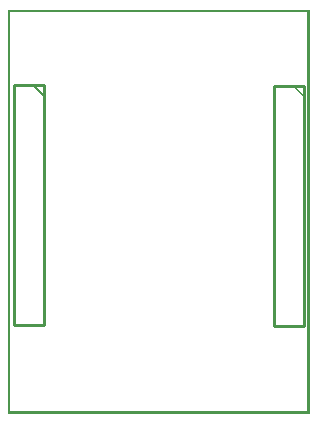
<source format=gbo>
G04 MADE WITH FRITZING*
G04 WWW.FRITZING.ORG*
G04 DOUBLE SIDED*
G04 HOLES PLATED*
G04 CONTOUR ON CENTER OF CONTOUR VECTOR*
%ASAXBY*%
%FSLAX23Y23*%
%MOIN*%
%OFA0B0*%
%SFA1.0B1.0*%
%ADD10C,0.010000*%
%ADD11C,0.005000*%
%ADD12R,0.001000X0.001000*%
%LNSILK0*%
G90*
G70*
G54D10*
X120Y1096D02*
X120Y296D01*
D02*
X120Y296D02*
X20Y296D01*
D02*
X20Y296D02*
X20Y1096D01*
D02*
X20Y1096D02*
X120Y1096D01*
G54D11*
D02*
X120Y1061D02*
X85Y1096D01*
G54D10*
D02*
X987Y1095D02*
X987Y295D01*
D02*
X987Y295D02*
X887Y295D01*
D02*
X887Y295D02*
X887Y1095D01*
D02*
X887Y1095D02*
X987Y1095D01*
G54D12*
X0Y1346D02*
X1006Y1346D01*
X0Y1345D02*
X1006Y1345D01*
X0Y1344D02*
X1006Y1344D01*
X0Y1343D02*
X1006Y1343D01*
X0Y1342D02*
X1006Y1342D01*
X0Y1341D02*
X1006Y1341D01*
X0Y1340D02*
X1006Y1340D01*
X0Y1339D02*
X1006Y1339D01*
X0Y1338D02*
X7Y1338D01*
X999Y1338D02*
X1006Y1338D01*
X0Y1337D02*
X7Y1337D01*
X999Y1337D02*
X1006Y1337D01*
X0Y1336D02*
X7Y1336D01*
X999Y1336D02*
X1006Y1336D01*
X0Y1335D02*
X7Y1335D01*
X999Y1335D02*
X1006Y1335D01*
X0Y1334D02*
X7Y1334D01*
X999Y1334D02*
X1006Y1334D01*
X0Y1333D02*
X7Y1333D01*
X999Y1333D02*
X1006Y1333D01*
X0Y1332D02*
X7Y1332D01*
X999Y1332D02*
X1006Y1332D01*
X0Y1331D02*
X7Y1331D01*
X999Y1331D02*
X1006Y1331D01*
X0Y1330D02*
X7Y1330D01*
X999Y1330D02*
X1006Y1330D01*
X0Y1329D02*
X7Y1329D01*
X999Y1329D02*
X1006Y1329D01*
X0Y1328D02*
X7Y1328D01*
X999Y1328D02*
X1006Y1328D01*
X0Y1327D02*
X7Y1327D01*
X999Y1327D02*
X1006Y1327D01*
X0Y1326D02*
X7Y1326D01*
X999Y1326D02*
X1006Y1326D01*
X0Y1325D02*
X7Y1325D01*
X999Y1325D02*
X1006Y1325D01*
X0Y1324D02*
X7Y1324D01*
X999Y1324D02*
X1006Y1324D01*
X0Y1323D02*
X7Y1323D01*
X999Y1323D02*
X1006Y1323D01*
X0Y1322D02*
X7Y1322D01*
X999Y1322D02*
X1006Y1322D01*
X0Y1321D02*
X7Y1321D01*
X999Y1321D02*
X1006Y1321D01*
X0Y1320D02*
X7Y1320D01*
X999Y1320D02*
X1006Y1320D01*
X0Y1319D02*
X7Y1319D01*
X999Y1319D02*
X1006Y1319D01*
X0Y1318D02*
X7Y1318D01*
X999Y1318D02*
X1006Y1318D01*
X0Y1317D02*
X7Y1317D01*
X999Y1317D02*
X1006Y1317D01*
X0Y1316D02*
X7Y1316D01*
X999Y1316D02*
X1006Y1316D01*
X0Y1315D02*
X7Y1315D01*
X999Y1315D02*
X1006Y1315D01*
X0Y1314D02*
X7Y1314D01*
X999Y1314D02*
X1006Y1314D01*
X0Y1313D02*
X7Y1313D01*
X999Y1313D02*
X1006Y1313D01*
X0Y1312D02*
X7Y1312D01*
X999Y1312D02*
X1006Y1312D01*
X0Y1311D02*
X7Y1311D01*
X999Y1311D02*
X1006Y1311D01*
X0Y1310D02*
X7Y1310D01*
X999Y1310D02*
X1006Y1310D01*
X0Y1309D02*
X7Y1309D01*
X999Y1309D02*
X1006Y1309D01*
X0Y1308D02*
X7Y1308D01*
X999Y1308D02*
X1006Y1308D01*
X0Y1307D02*
X7Y1307D01*
X999Y1307D02*
X1006Y1307D01*
X0Y1306D02*
X7Y1306D01*
X999Y1306D02*
X1006Y1306D01*
X0Y1305D02*
X7Y1305D01*
X999Y1305D02*
X1006Y1305D01*
X0Y1304D02*
X7Y1304D01*
X999Y1304D02*
X1006Y1304D01*
X0Y1303D02*
X7Y1303D01*
X999Y1303D02*
X1006Y1303D01*
X0Y1302D02*
X7Y1302D01*
X999Y1302D02*
X1006Y1302D01*
X0Y1301D02*
X7Y1301D01*
X999Y1301D02*
X1006Y1301D01*
X0Y1300D02*
X7Y1300D01*
X999Y1300D02*
X1006Y1300D01*
X0Y1299D02*
X7Y1299D01*
X999Y1299D02*
X1006Y1299D01*
X0Y1298D02*
X7Y1298D01*
X999Y1298D02*
X1006Y1298D01*
X0Y1297D02*
X7Y1297D01*
X999Y1297D02*
X1006Y1297D01*
X0Y1296D02*
X7Y1296D01*
X999Y1296D02*
X1006Y1296D01*
X0Y1295D02*
X7Y1295D01*
X999Y1295D02*
X1006Y1295D01*
X0Y1294D02*
X7Y1294D01*
X999Y1294D02*
X1006Y1294D01*
X0Y1293D02*
X7Y1293D01*
X999Y1293D02*
X1006Y1293D01*
X0Y1292D02*
X7Y1292D01*
X999Y1292D02*
X1006Y1292D01*
X0Y1291D02*
X7Y1291D01*
X999Y1291D02*
X1006Y1291D01*
X0Y1290D02*
X7Y1290D01*
X999Y1290D02*
X1006Y1290D01*
X0Y1289D02*
X7Y1289D01*
X999Y1289D02*
X1006Y1289D01*
X0Y1288D02*
X7Y1288D01*
X999Y1288D02*
X1006Y1288D01*
X0Y1287D02*
X7Y1287D01*
X999Y1287D02*
X1006Y1287D01*
X0Y1286D02*
X7Y1286D01*
X999Y1286D02*
X1006Y1286D01*
X0Y1285D02*
X7Y1285D01*
X999Y1285D02*
X1006Y1285D01*
X0Y1284D02*
X7Y1284D01*
X999Y1284D02*
X1006Y1284D01*
X0Y1283D02*
X7Y1283D01*
X999Y1283D02*
X1006Y1283D01*
X0Y1282D02*
X7Y1282D01*
X999Y1282D02*
X1006Y1282D01*
X0Y1281D02*
X7Y1281D01*
X999Y1281D02*
X1006Y1281D01*
X0Y1280D02*
X7Y1280D01*
X999Y1280D02*
X1006Y1280D01*
X0Y1279D02*
X7Y1279D01*
X999Y1279D02*
X1006Y1279D01*
X0Y1278D02*
X7Y1278D01*
X999Y1278D02*
X1006Y1278D01*
X0Y1277D02*
X7Y1277D01*
X999Y1277D02*
X1006Y1277D01*
X0Y1276D02*
X7Y1276D01*
X999Y1276D02*
X1006Y1276D01*
X0Y1275D02*
X7Y1275D01*
X999Y1275D02*
X1006Y1275D01*
X0Y1274D02*
X7Y1274D01*
X999Y1274D02*
X1006Y1274D01*
X0Y1273D02*
X7Y1273D01*
X999Y1273D02*
X1006Y1273D01*
X0Y1272D02*
X7Y1272D01*
X999Y1272D02*
X1006Y1272D01*
X0Y1271D02*
X7Y1271D01*
X999Y1271D02*
X1006Y1271D01*
X0Y1270D02*
X7Y1270D01*
X999Y1270D02*
X1006Y1270D01*
X0Y1269D02*
X7Y1269D01*
X999Y1269D02*
X1006Y1269D01*
X0Y1268D02*
X7Y1268D01*
X999Y1268D02*
X1006Y1268D01*
X0Y1267D02*
X7Y1267D01*
X999Y1267D02*
X1006Y1267D01*
X0Y1266D02*
X7Y1266D01*
X999Y1266D02*
X1006Y1266D01*
X0Y1265D02*
X7Y1265D01*
X999Y1265D02*
X1006Y1265D01*
X0Y1264D02*
X7Y1264D01*
X999Y1264D02*
X1006Y1264D01*
X0Y1263D02*
X7Y1263D01*
X999Y1263D02*
X1006Y1263D01*
X0Y1262D02*
X7Y1262D01*
X999Y1262D02*
X1006Y1262D01*
X0Y1261D02*
X7Y1261D01*
X999Y1261D02*
X1006Y1261D01*
X0Y1260D02*
X7Y1260D01*
X999Y1260D02*
X1006Y1260D01*
X0Y1259D02*
X7Y1259D01*
X999Y1259D02*
X1006Y1259D01*
X0Y1258D02*
X7Y1258D01*
X999Y1258D02*
X1006Y1258D01*
X0Y1257D02*
X7Y1257D01*
X999Y1257D02*
X1006Y1257D01*
X0Y1256D02*
X7Y1256D01*
X999Y1256D02*
X1006Y1256D01*
X0Y1255D02*
X7Y1255D01*
X999Y1255D02*
X1006Y1255D01*
X0Y1254D02*
X7Y1254D01*
X999Y1254D02*
X1006Y1254D01*
X0Y1253D02*
X7Y1253D01*
X999Y1253D02*
X1006Y1253D01*
X0Y1252D02*
X7Y1252D01*
X999Y1252D02*
X1006Y1252D01*
X0Y1251D02*
X7Y1251D01*
X999Y1251D02*
X1006Y1251D01*
X0Y1250D02*
X7Y1250D01*
X999Y1250D02*
X1006Y1250D01*
X0Y1249D02*
X7Y1249D01*
X999Y1249D02*
X1006Y1249D01*
X0Y1248D02*
X7Y1248D01*
X999Y1248D02*
X1006Y1248D01*
X0Y1247D02*
X7Y1247D01*
X999Y1247D02*
X1006Y1247D01*
X0Y1246D02*
X7Y1246D01*
X999Y1246D02*
X1006Y1246D01*
X0Y1245D02*
X7Y1245D01*
X999Y1245D02*
X1006Y1245D01*
X0Y1244D02*
X7Y1244D01*
X999Y1244D02*
X1006Y1244D01*
X0Y1243D02*
X7Y1243D01*
X999Y1243D02*
X1006Y1243D01*
X0Y1242D02*
X7Y1242D01*
X999Y1242D02*
X1006Y1242D01*
X0Y1241D02*
X7Y1241D01*
X999Y1241D02*
X1006Y1241D01*
X0Y1240D02*
X7Y1240D01*
X999Y1240D02*
X1006Y1240D01*
X0Y1239D02*
X7Y1239D01*
X999Y1239D02*
X1006Y1239D01*
X0Y1238D02*
X7Y1238D01*
X999Y1238D02*
X1006Y1238D01*
X0Y1237D02*
X7Y1237D01*
X999Y1237D02*
X1006Y1237D01*
X0Y1236D02*
X7Y1236D01*
X999Y1236D02*
X1006Y1236D01*
X0Y1235D02*
X7Y1235D01*
X999Y1235D02*
X1006Y1235D01*
X0Y1234D02*
X7Y1234D01*
X999Y1234D02*
X1006Y1234D01*
X0Y1233D02*
X7Y1233D01*
X999Y1233D02*
X1006Y1233D01*
X0Y1232D02*
X7Y1232D01*
X999Y1232D02*
X1006Y1232D01*
X0Y1231D02*
X7Y1231D01*
X999Y1231D02*
X1006Y1231D01*
X0Y1230D02*
X7Y1230D01*
X999Y1230D02*
X1006Y1230D01*
X0Y1229D02*
X7Y1229D01*
X999Y1229D02*
X1006Y1229D01*
X0Y1228D02*
X7Y1228D01*
X999Y1228D02*
X1006Y1228D01*
X0Y1227D02*
X7Y1227D01*
X999Y1227D02*
X1006Y1227D01*
X0Y1226D02*
X7Y1226D01*
X999Y1226D02*
X1006Y1226D01*
X0Y1225D02*
X7Y1225D01*
X999Y1225D02*
X1006Y1225D01*
X0Y1224D02*
X7Y1224D01*
X999Y1224D02*
X1006Y1224D01*
X0Y1223D02*
X7Y1223D01*
X999Y1223D02*
X1006Y1223D01*
X0Y1222D02*
X7Y1222D01*
X999Y1222D02*
X1006Y1222D01*
X0Y1221D02*
X7Y1221D01*
X999Y1221D02*
X1006Y1221D01*
X0Y1220D02*
X7Y1220D01*
X999Y1220D02*
X1006Y1220D01*
X0Y1219D02*
X7Y1219D01*
X999Y1219D02*
X1006Y1219D01*
X0Y1218D02*
X7Y1218D01*
X999Y1218D02*
X1006Y1218D01*
X0Y1217D02*
X7Y1217D01*
X999Y1217D02*
X1006Y1217D01*
X0Y1216D02*
X7Y1216D01*
X999Y1216D02*
X1006Y1216D01*
X0Y1215D02*
X7Y1215D01*
X999Y1215D02*
X1006Y1215D01*
X0Y1214D02*
X7Y1214D01*
X999Y1214D02*
X1006Y1214D01*
X0Y1213D02*
X7Y1213D01*
X999Y1213D02*
X1006Y1213D01*
X0Y1212D02*
X7Y1212D01*
X999Y1212D02*
X1006Y1212D01*
X0Y1211D02*
X7Y1211D01*
X999Y1211D02*
X1006Y1211D01*
X0Y1210D02*
X7Y1210D01*
X999Y1210D02*
X1006Y1210D01*
X0Y1209D02*
X7Y1209D01*
X999Y1209D02*
X1006Y1209D01*
X0Y1208D02*
X7Y1208D01*
X999Y1208D02*
X1006Y1208D01*
X0Y1207D02*
X7Y1207D01*
X999Y1207D02*
X1006Y1207D01*
X0Y1206D02*
X7Y1206D01*
X999Y1206D02*
X1006Y1206D01*
X0Y1205D02*
X7Y1205D01*
X999Y1205D02*
X1006Y1205D01*
X0Y1204D02*
X7Y1204D01*
X999Y1204D02*
X1006Y1204D01*
X0Y1203D02*
X7Y1203D01*
X999Y1203D02*
X1006Y1203D01*
X0Y1202D02*
X7Y1202D01*
X999Y1202D02*
X1006Y1202D01*
X0Y1201D02*
X7Y1201D01*
X999Y1201D02*
X1006Y1201D01*
X0Y1200D02*
X7Y1200D01*
X999Y1200D02*
X1006Y1200D01*
X0Y1199D02*
X7Y1199D01*
X999Y1199D02*
X1006Y1199D01*
X0Y1198D02*
X7Y1198D01*
X999Y1198D02*
X1006Y1198D01*
X0Y1197D02*
X7Y1197D01*
X999Y1197D02*
X1006Y1197D01*
X0Y1196D02*
X7Y1196D01*
X999Y1196D02*
X1006Y1196D01*
X0Y1195D02*
X7Y1195D01*
X999Y1195D02*
X1006Y1195D01*
X0Y1194D02*
X7Y1194D01*
X999Y1194D02*
X1006Y1194D01*
X0Y1193D02*
X7Y1193D01*
X999Y1193D02*
X1006Y1193D01*
X0Y1192D02*
X7Y1192D01*
X999Y1192D02*
X1006Y1192D01*
X0Y1191D02*
X7Y1191D01*
X999Y1191D02*
X1006Y1191D01*
X0Y1190D02*
X7Y1190D01*
X999Y1190D02*
X1006Y1190D01*
X0Y1189D02*
X7Y1189D01*
X999Y1189D02*
X1006Y1189D01*
X0Y1188D02*
X7Y1188D01*
X999Y1188D02*
X1006Y1188D01*
X0Y1187D02*
X7Y1187D01*
X999Y1187D02*
X1006Y1187D01*
X0Y1186D02*
X7Y1186D01*
X999Y1186D02*
X1006Y1186D01*
X0Y1185D02*
X7Y1185D01*
X999Y1185D02*
X1006Y1185D01*
X0Y1184D02*
X7Y1184D01*
X999Y1184D02*
X1006Y1184D01*
X0Y1183D02*
X7Y1183D01*
X999Y1183D02*
X1006Y1183D01*
X0Y1182D02*
X7Y1182D01*
X999Y1182D02*
X1006Y1182D01*
X0Y1181D02*
X7Y1181D01*
X999Y1181D02*
X1006Y1181D01*
X0Y1180D02*
X7Y1180D01*
X999Y1180D02*
X1006Y1180D01*
X0Y1179D02*
X7Y1179D01*
X999Y1179D02*
X1006Y1179D01*
X0Y1178D02*
X7Y1178D01*
X999Y1178D02*
X1006Y1178D01*
X0Y1177D02*
X7Y1177D01*
X999Y1177D02*
X1006Y1177D01*
X0Y1176D02*
X7Y1176D01*
X999Y1176D02*
X1006Y1176D01*
X0Y1175D02*
X7Y1175D01*
X999Y1175D02*
X1006Y1175D01*
X0Y1174D02*
X7Y1174D01*
X999Y1174D02*
X1006Y1174D01*
X0Y1173D02*
X7Y1173D01*
X999Y1173D02*
X1006Y1173D01*
X0Y1172D02*
X7Y1172D01*
X999Y1172D02*
X1006Y1172D01*
X0Y1171D02*
X7Y1171D01*
X999Y1171D02*
X1006Y1171D01*
X0Y1170D02*
X7Y1170D01*
X999Y1170D02*
X1006Y1170D01*
X0Y1169D02*
X7Y1169D01*
X999Y1169D02*
X1006Y1169D01*
X0Y1168D02*
X7Y1168D01*
X999Y1168D02*
X1006Y1168D01*
X0Y1167D02*
X7Y1167D01*
X999Y1167D02*
X1006Y1167D01*
X0Y1166D02*
X7Y1166D01*
X999Y1166D02*
X1006Y1166D01*
X0Y1165D02*
X7Y1165D01*
X999Y1165D02*
X1006Y1165D01*
X0Y1164D02*
X7Y1164D01*
X999Y1164D02*
X1006Y1164D01*
X0Y1163D02*
X7Y1163D01*
X999Y1163D02*
X1006Y1163D01*
X0Y1162D02*
X7Y1162D01*
X999Y1162D02*
X1006Y1162D01*
X0Y1161D02*
X7Y1161D01*
X999Y1161D02*
X1006Y1161D01*
X0Y1160D02*
X7Y1160D01*
X999Y1160D02*
X1006Y1160D01*
X0Y1159D02*
X7Y1159D01*
X999Y1159D02*
X1006Y1159D01*
X0Y1158D02*
X7Y1158D01*
X999Y1158D02*
X1006Y1158D01*
X0Y1157D02*
X7Y1157D01*
X999Y1157D02*
X1006Y1157D01*
X0Y1156D02*
X7Y1156D01*
X999Y1156D02*
X1006Y1156D01*
X0Y1155D02*
X7Y1155D01*
X999Y1155D02*
X1006Y1155D01*
X0Y1154D02*
X7Y1154D01*
X999Y1154D02*
X1006Y1154D01*
X0Y1153D02*
X7Y1153D01*
X999Y1153D02*
X1006Y1153D01*
X0Y1152D02*
X7Y1152D01*
X999Y1152D02*
X1006Y1152D01*
X0Y1151D02*
X7Y1151D01*
X999Y1151D02*
X1006Y1151D01*
X0Y1150D02*
X7Y1150D01*
X999Y1150D02*
X1006Y1150D01*
X0Y1149D02*
X7Y1149D01*
X999Y1149D02*
X1006Y1149D01*
X0Y1148D02*
X7Y1148D01*
X999Y1148D02*
X1006Y1148D01*
X0Y1147D02*
X7Y1147D01*
X999Y1147D02*
X1006Y1147D01*
X0Y1146D02*
X7Y1146D01*
X999Y1146D02*
X1006Y1146D01*
X0Y1145D02*
X7Y1145D01*
X999Y1145D02*
X1006Y1145D01*
X0Y1144D02*
X7Y1144D01*
X999Y1144D02*
X1006Y1144D01*
X0Y1143D02*
X7Y1143D01*
X999Y1143D02*
X1006Y1143D01*
X0Y1142D02*
X7Y1142D01*
X999Y1142D02*
X1006Y1142D01*
X0Y1141D02*
X7Y1141D01*
X999Y1141D02*
X1006Y1141D01*
X0Y1140D02*
X7Y1140D01*
X999Y1140D02*
X1006Y1140D01*
X0Y1139D02*
X7Y1139D01*
X999Y1139D02*
X1006Y1139D01*
X0Y1138D02*
X7Y1138D01*
X999Y1138D02*
X1006Y1138D01*
X0Y1137D02*
X7Y1137D01*
X999Y1137D02*
X1006Y1137D01*
X0Y1136D02*
X7Y1136D01*
X999Y1136D02*
X1006Y1136D01*
X0Y1135D02*
X7Y1135D01*
X999Y1135D02*
X1006Y1135D01*
X0Y1134D02*
X7Y1134D01*
X999Y1134D02*
X1006Y1134D01*
X0Y1133D02*
X7Y1133D01*
X999Y1133D02*
X1006Y1133D01*
X0Y1132D02*
X7Y1132D01*
X999Y1132D02*
X1006Y1132D01*
X0Y1131D02*
X7Y1131D01*
X999Y1131D02*
X1006Y1131D01*
X0Y1130D02*
X7Y1130D01*
X999Y1130D02*
X1006Y1130D01*
X0Y1129D02*
X7Y1129D01*
X999Y1129D02*
X1006Y1129D01*
X0Y1128D02*
X7Y1128D01*
X999Y1128D02*
X1006Y1128D01*
X0Y1127D02*
X7Y1127D01*
X999Y1127D02*
X1006Y1127D01*
X0Y1126D02*
X7Y1126D01*
X999Y1126D02*
X1006Y1126D01*
X0Y1125D02*
X7Y1125D01*
X999Y1125D02*
X1006Y1125D01*
X0Y1124D02*
X7Y1124D01*
X999Y1124D02*
X1006Y1124D01*
X0Y1123D02*
X7Y1123D01*
X999Y1123D02*
X1006Y1123D01*
X0Y1122D02*
X7Y1122D01*
X999Y1122D02*
X1006Y1122D01*
X0Y1121D02*
X7Y1121D01*
X999Y1121D02*
X1006Y1121D01*
X0Y1120D02*
X7Y1120D01*
X999Y1120D02*
X1006Y1120D01*
X0Y1119D02*
X7Y1119D01*
X999Y1119D02*
X1006Y1119D01*
X0Y1118D02*
X7Y1118D01*
X999Y1118D02*
X1006Y1118D01*
X0Y1117D02*
X7Y1117D01*
X999Y1117D02*
X1006Y1117D01*
X0Y1116D02*
X7Y1116D01*
X999Y1116D02*
X1006Y1116D01*
X0Y1115D02*
X7Y1115D01*
X999Y1115D02*
X1006Y1115D01*
X0Y1114D02*
X7Y1114D01*
X999Y1114D02*
X1006Y1114D01*
X0Y1113D02*
X7Y1113D01*
X999Y1113D02*
X1006Y1113D01*
X0Y1112D02*
X7Y1112D01*
X999Y1112D02*
X1006Y1112D01*
X0Y1111D02*
X7Y1111D01*
X999Y1111D02*
X1006Y1111D01*
X0Y1110D02*
X7Y1110D01*
X999Y1110D02*
X1006Y1110D01*
X0Y1109D02*
X7Y1109D01*
X999Y1109D02*
X1006Y1109D01*
X0Y1108D02*
X7Y1108D01*
X999Y1108D02*
X1006Y1108D01*
X0Y1107D02*
X7Y1107D01*
X999Y1107D02*
X1006Y1107D01*
X0Y1106D02*
X7Y1106D01*
X999Y1106D02*
X1006Y1106D01*
X0Y1105D02*
X7Y1105D01*
X999Y1105D02*
X1006Y1105D01*
X0Y1104D02*
X7Y1104D01*
X999Y1104D02*
X1006Y1104D01*
X0Y1103D02*
X7Y1103D01*
X999Y1103D02*
X1006Y1103D01*
X0Y1102D02*
X7Y1102D01*
X999Y1102D02*
X1006Y1102D01*
X0Y1101D02*
X7Y1101D01*
X999Y1101D02*
X1006Y1101D01*
X0Y1100D02*
X7Y1100D01*
X999Y1100D02*
X1006Y1100D01*
X0Y1099D02*
X7Y1099D01*
X999Y1099D02*
X1006Y1099D01*
X0Y1098D02*
X7Y1098D01*
X999Y1098D02*
X1006Y1098D01*
X0Y1097D02*
X7Y1097D01*
X999Y1097D02*
X1006Y1097D01*
X0Y1096D02*
X7Y1096D01*
X952Y1096D02*
X953Y1096D01*
X999Y1096D02*
X1006Y1096D01*
X0Y1095D02*
X7Y1095D01*
X951Y1095D02*
X954Y1095D01*
X999Y1095D02*
X1006Y1095D01*
X0Y1094D02*
X7Y1094D01*
X950Y1094D02*
X955Y1094D01*
X999Y1094D02*
X1006Y1094D01*
X0Y1093D02*
X7Y1093D01*
X950Y1093D02*
X956Y1093D01*
X999Y1093D02*
X1006Y1093D01*
X0Y1092D02*
X7Y1092D01*
X951Y1092D02*
X957Y1092D01*
X999Y1092D02*
X1006Y1092D01*
X0Y1091D02*
X7Y1091D01*
X952Y1091D02*
X958Y1091D01*
X999Y1091D02*
X1006Y1091D01*
X0Y1090D02*
X7Y1090D01*
X953Y1090D02*
X959Y1090D01*
X999Y1090D02*
X1006Y1090D01*
X0Y1089D02*
X7Y1089D01*
X954Y1089D02*
X960Y1089D01*
X999Y1089D02*
X1006Y1089D01*
X0Y1088D02*
X7Y1088D01*
X955Y1088D02*
X961Y1088D01*
X999Y1088D02*
X1006Y1088D01*
X0Y1087D02*
X7Y1087D01*
X956Y1087D02*
X962Y1087D01*
X999Y1087D02*
X1006Y1087D01*
X0Y1086D02*
X7Y1086D01*
X957Y1086D02*
X963Y1086D01*
X999Y1086D02*
X1006Y1086D01*
X0Y1085D02*
X7Y1085D01*
X958Y1085D02*
X964Y1085D01*
X999Y1085D02*
X1006Y1085D01*
X0Y1084D02*
X7Y1084D01*
X959Y1084D02*
X965Y1084D01*
X999Y1084D02*
X1006Y1084D01*
X0Y1083D02*
X7Y1083D01*
X960Y1083D02*
X966Y1083D01*
X999Y1083D02*
X1006Y1083D01*
X0Y1082D02*
X7Y1082D01*
X961Y1082D02*
X967Y1082D01*
X999Y1082D02*
X1006Y1082D01*
X0Y1081D02*
X7Y1081D01*
X962Y1081D02*
X968Y1081D01*
X999Y1081D02*
X1006Y1081D01*
X0Y1080D02*
X7Y1080D01*
X963Y1080D02*
X969Y1080D01*
X999Y1080D02*
X1006Y1080D01*
X0Y1079D02*
X7Y1079D01*
X964Y1079D02*
X970Y1079D01*
X999Y1079D02*
X1006Y1079D01*
X0Y1078D02*
X7Y1078D01*
X966Y1078D02*
X971Y1078D01*
X999Y1078D02*
X1006Y1078D01*
X0Y1077D02*
X7Y1077D01*
X967Y1077D02*
X972Y1077D01*
X999Y1077D02*
X1006Y1077D01*
X0Y1076D02*
X7Y1076D01*
X968Y1076D02*
X973Y1076D01*
X999Y1076D02*
X1006Y1076D01*
X0Y1075D02*
X7Y1075D01*
X969Y1075D02*
X974Y1075D01*
X999Y1075D02*
X1006Y1075D01*
X0Y1074D02*
X7Y1074D01*
X970Y1074D02*
X975Y1074D01*
X999Y1074D02*
X1006Y1074D01*
X0Y1073D02*
X7Y1073D01*
X970Y1073D02*
X976Y1073D01*
X999Y1073D02*
X1006Y1073D01*
X0Y1072D02*
X7Y1072D01*
X971Y1072D02*
X977Y1072D01*
X999Y1072D02*
X1006Y1072D01*
X0Y1071D02*
X7Y1071D01*
X972Y1071D02*
X978Y1071D01*
X999Y1071D02*
X1006Y1071D01*
X0Y1070D02*
X7Y1070D01*
X973Y1070D02*
X979Y1070D01*
X999Y1070D02*
X1006Y1070D01*
X0Y1069D02*
X7Y1069D01*
X974Y1069D02*
X980Y1069D01*
X999Y1069D02*
X1006Y1069D01*
X0Y1068D02*
X7Y1068D01*
X975Y1068D02*
X981Y1068D01*
X999Y1068D02*
X1006Y1068D01*
X0Y1067D02*
X7Y1067D01*
X976Y1067D02*
X982Y1067D01*
X999Y1067D02*
X1006Y1067D01*
X0Y1066D02*
X7Y1066D01*
X977Y1066D02*
X983Y1066D01*
X999Y1066D02*
X1006Y1066D01*
X0Y1065D02*
X7Y1065D01*
X978Y1065D02*
X984Y1065D01*
X999Y1065D02*
X1006Y1065D01*
X0Y1064D02*
X7Y1064D01*
X979Y1064D02*
X985Y1064D01*
X999Y1064D02*
X1006Y1064D01*
X0Y1063D02*
X7Y1063D01*
X980Y1063D02*
X986Y1063D01*
X999Y1063D02*
X1006Y1063D01*
X0Y1062D02*
X7Y1062D01*
X981Y1062D02*
X987Y1062D01*
X999Y1062D02*
X1006Y1062D01*
X0Y1061D02*
X7Y1061D01*
X982Y1061D02*
X986Y1061D01*
X999Y1061D02*
X1006Y1061D01*
X0Y1060D02*
X7Y1060D01*
X983Y1060D02*
X985Y1060D01*
X999Y1060D02*
X1006Y1060D01*
X0Y1059D02*
X7Y1059D01*
X984Y1059D02*
X984Y1059D01*
X999Y1059D02*
X1006Y1059D01*
X0Y1058D02*
X7Y1058D01*
X999Y1058D02*
X1006Y1058D01*
X0Y1057D02*
X7Y1057D01*
X999Y1057D02*
X1006Y1057D01*
X0Y1056D02*
X7Y1056D01*
X999Y1056D02*
X1006Y1056D01*
X0Y1055D02*
X7Y1055D01*
X999Y1055D02*
X1006Y1055D01*
X0Y1054D02*
X7Y1054D01*
X999Y1054D02*
X1006Y1054D01*
X0Y1053D02*
X7Y1053D01*
X999Y1053D02*
X1006Y1053D01*
X0Y1052D02*
X7Y1052D01*
X999Y1052D02*
X1006Y1052D01*
X0Y1051D02*
X7Y1051D01*
X999Y1051D02*
X1006Y1051D01*
X0Y1050D02*
X7Y1050D01*
X999Y1050D02*
X1006Y1050D01*
X0Y1049D02*
X7Y1049D01*
X999Y1049D02*
X1006Y1049D01*
X0Y1048D02*
X7Y1048D01*
X999Y1048D02*
X1006Y1048D01*
X0Y1047D02*
X7Y1047D01*
X999Y1047D02*
X1006Y1047D01*
X0Y1046D02*
X7Y1046D01*
X999Y1046D02*
X1006Y1046D01*
X0Y1045D02*
X7Y1045D01*
X999Y1045D02*
X1006Y1045D01*
X0Y1044D02*
X7Y1044D01*
X999Y1044D02*
X1006Y1044D01*
X0Y1043D02*
X7Y1043D01*
X999Y1043D02*
X1006Y1043D01*
X0Y1042D02*
X7Y1042D01*
X999Y1042D02*
X1006Y1042D01*
X0Y1041D02*
X7Y1041D01*
X999Y1041D02*
X1006Y1041D01*
X0Y1040D02*
X7Y1040D01*
X999Y1040D02*
X1006Y1040D01*
X0Y1039D02*
X7Y1039D01*
X999Y1039D02*
X1006Y1039D01*
X0Y1038D02*
X7Y1038D01*
X999Y1038D02*
X1006Y1038D01*
X0Y1037D02*
X7Y1037D01*
X999Y1037D02*
X1006Y1037D01*
X0Y1036D02*
X7Y1036D01*
X999Y1036D02*
X1006Y1036D01*
X0Y1035D02*
X7Y1035D01*
X999Y1035D02*
X1006Y1035D01*
X0Y1034D02*
X7Y1034D01*
X999Y1034D02*
X1006Y1034D01*
X0Y1033D02*
X7Y1033D01*
X999Y1033D02*
X1006Y1033D01*
X0Y1032D02*
X7Y1032D01*
X999Y1032D02*
X1006Y1032D01*
X0Y1031D02*
X7Y1031D01*
X999Y1031D02*
X1006Y1031D01*
X0Y1030D02*
X7Y1030D01*
X999Y1030D02*
X1006Y1030D01*
X0Y1029D02*
X7Y1029D01*
X999Y1029D02*
X1006Y1029D01*
X0Y1028D02*
X7Y1028D01*
X999Y1028D02*
X1006Y1028D01*
X0Y1027D02*
X7Y1027D01*
X999Y1027D02*
X1006Y1027D01*
X0Y1026D02*
X7Y1026D01*
X999Y1026D02*
X1006Y1026D01*
X0Y1025D02*
X7Y1025D01*
X999Y1025D02*
X1006Y1025D01*
X0Y1024D02*
X7Y1024D01*
X999Y1024D02*
X1006Y1024D01*
X0Y1023D02*
X7Y1023D01*
X999Y1023D02*
X1006Y1023D01*
X0Y1022D02*
X7Y1022D01*
X999Y1022D02*
X1006Y1022D01*
X0Y1021D02*
X7Y1021D01*
X999Y1021D02*
X1006Y1021D01*
X0Y1020D02*
X7Y1020D01*
X999Y1020D02*
X1006Y1020D01*
X0Y1019D02*
X7Y1019D01*
X999Y1019D02*
X1006Y1019D01*
X0Y1018D02*
X7Y1018D01*
X999Y1018D02*
X1006Y1018D01*
X0Y1017D02*
X7Y1017D01*
X999Y1017D02*
X1006Y1017D01*
X0Y1016D02*
X7Y1016D01*
X999Y1016D02*
X1006Y1016D01*
X0Y1015D02*
X7Y1015D01*
X999Y1015D02*
X1006Y1015D01*
X0Y1014D02*
X7Y1014D01*
X999Y1014D02*
X1006Y1014D01*
X0Y1013D02*
X7Y1013D01*
X999Y1013D02*
X1006Y1013D01*
X0Y1012D02*
X7Y1012D01*
X999Y1012D02*
X1006Y1012D01*
X0Y1011D02*
X7Y1011D01*
X999Y1011D02*
X1006Y1011D01*
X0Y1010D02*
X7Y1010D01*
X999Y1010D02*
X1006Y1010D01*
X0Y1009D02*
X7Y1009D01*
X999Y1009D02*
X1006Y1009D01*
X0Y1008D02*
X7Y1008D01*
X999Y1008D02*
X1006Y1008D01*
X0Y1007D02*
X7Y1007D01*
X999Y1007D02*
X1006Y1007D01*
X0Y1006D02*
X7Y1006D01*
X999Y1006D02*
X1006Y1006D01*
X0Y1005D02*
X7Y1005D01*
X999Y1005D02*
X1006Y1005D01*
X0Y1004D02*
X7Y1004D01*
X999Y1004D02*
X1006Y1004D01*
X0Y1003D02*
X7Y1003D01*
X999Y1003D02*
X1006Y1003D01*
X0Y1002D02*
X7Y1002D01*
X999Y1002D02*
X1006Y1002D01*
X0Y1001D02*
X7Y1001D01*
X999Y1001D02*
X1006Y1001D01*
X0Y1000D02*
X7Y1000D01*
X999Y1000D02*
X1006Y1000D01*
X0Y999D02*
X7Y999D01*
X999Y999D02*
X1006Y999D01*
X0Y998D02*
X7Y998D01*
X999Y998D02*
X1006Y998D01*
X0Y997D02*
X7Y997D01*
X999Y997D02*
X1006Y997D01*
X0Y996D02*
X7Y996D01*
X999Y996D02*
X1006Y996D01*
X0Y995D02*
X7Y995D01*
X999Y995D02*
X1006Y995D01*
X0Y994D02*
X7Y994D01*
X999Y994D02*
X1006Y994D01*
X0Y993D02*
X7Y993D01*
X999Y993D02*
X1006Y993D01*
X0Y992D02*
X7Y992D01*
X999Y992D02*
X1006Y992D01*
X0Y991D02*
X7Y991D01*
X999Y991D02*
X1006Y991D01*
X0Y990D02*
X7Y990D01*
X999Y990D02*
X1006Y990D01*
X0Y989D02*
X7Y989D01*
X999Y989D02*
X1006Y989D01*
X0Y988D02*
X7Y988D01*
X999Y988D02*
X1006Y988D01*
X0Y987D02*
X7Y987D01*
X999Y987D02*
X1006Y987D01*
X0Y986D02*
X7Y986D01*
X999Y986D02*
X1006Y986D01*
X0Y985D02*
X7Y985D01*
X999Y985D02*
X1006Y985D01*
X0Y984D02*
X7Y984D01*
X999Y984D02*
X1006Y984D01*
X0Y983D02*
X7Y983D01*
X999Y983D02*
X1006Y983D01*
X0Y982D02*
X7Y982D01*
X999Y982D02*
X1006Y982D01*
X0Y981D02*
X7Y981D01*
X999Y981D02*
X1006Y981D01*
X0Y980D02*
X7Y980D01*
X999Y980D02*
X1006Y980D01*
X0Y979D02*
X7Y979D01*
X999Y979D02*
X1006Y979D01*
X0Y978D02*
X7Y978D01*
X999Y978D02*
X1006Y978D01*
X0Y977D02*
X7Y977D01*
X999Y977D02*
X1006Y977D01*
X0Y976D02*
X7Y976D01*
X999Y976D02*
X1006Y976D01*
X0Y975D02*
X7Y975D01*
X999Y975D02*
X1006Y975D01*
X0Y974D02*
X7Y974D01*
X999Y974D02*
X1006Y974D01*
X0Y973D02*
X7Y973D01*
X999Y973D02*
X1006Y973D01*
X0Y972D02*
X7Y972D01*
X999Y972D02*
X1006Y972D01*
X0Y971D02*
X7Y971D01*
X999Y971D02*
X1006Y971D01*
X0Y970D02*
X7Y970D01*
X999Y970D02*
X1006Y970D01*
X0Y969D02*
X7Y969D01*
X999Y969D02*
X1006Y969D01*
X0Y968D02*
X7Y968D01*
X999Y968D02*
X1006Y968D01*
X0Y967D02*
X7Y967D01*
X999Y967D02*
X1006Y967D01*
X0Y966D02*
X7Y966D01*
X999Y966D02*
X1006Y966D01*
X0Y965D02*
X7Y965D01*
X999Y965D02*
X1006Y965D01*
X0Y964D02*
X7Y964D01*
X999Y964D02*
X1006Y964D01*
X0Y963D02*
X7Y963D01*
X999Y963D02*
X1006Y963D01*
X0Y962D02*
X7Y962D01*
X999Y962D02*
X1006Y962D01*
X0Y961D02*
X7Y961D01*
X999Y961D02*
X1006Y961D01*
X0Y960D02*
X7Y960D01*
X999Y960D02*
X1006Y960D01*
X0Y959D02*
X7Y959D01*
X999Y959D02*
X1006Y959D01*
X0Y958D02*
X7Y958D01*
X999Y958D02*
X1006Y958D01*
X0Y957D02*
X7Y957D01*
X999Y957D02*
X1006Y957D01*
X0Y956D02*
X7Y956D01*
X999Y956D02*
X1006Y956D01*
X0Y955D02*
X7Y955D01*
X999Y955D02*
X1006Y955D01*
X0Y954D02*
X7Y954D01*
X999Y954D02*
X1006Y954D01*
X0Y953D02*
X7Y953D01*
X999Y953D02*
X1006Y953D01*
X0Y952D02*
X7Y952D01*
X999Y952D02*
X1006Y952D01*
X0Y951D02*
X7Y951D01*
X999Y951D02*
X1006Y951D01*
X0Y950D02*
X7Y950D01*
X999Y950D02*
X1006Y950D01*
X0Y949D02*
X7Y949D01*
X999Y949D02*
X1006Y949D01*
X0Y948D02*
X7Y948D01*
X999Y948D02*
X1006Y948D01*
X0Y947D02*
X7Y947D01*
X999Y947D02*
X1006Y947D01*
X0Y946D02*
X7Y946D01*
X999Y946D02*
X1006Y946D01*
X0Y945D02*
X7Y945D01*
X999Y945D02*
X1006Y945D01*
X0Y944D02*
X7Y944D01*
X999Y944D02*
X1006Y944D01*
X0Y943D02*
X7Y943D01*
X999Y943D02*
X1006Y943D01*
X0Y942D02*
X7Y942D01*
X999Y942D02*
X1006Y942D01*
X0Y941D02*
X7Y941D01*
X999Y941D02*
X1006Y941D01*
X0Y940D02*
X7Y940D01*
X999Y940D02*
X1006Y940D01*
X0Y939D02*
X7Y939D01*
X999Y939D02*
X1006Y939D01*
X0Y938D02*
X7Y938D01*
X999Y938D02*
X1006Y938D01*
X0Y937D02*
X7Y937D01*
X999Y937D02*
X1006Y937D01*
X0Y936D02*
X7Y936D01*
X999Y936D02*
X1006Y936D01*
X0Y935D02*
X7Y935D01*
X999Y935D02*
X1006Y935D01*
X0Y934D02*
X7Y934D01*
X999Y934D02*
X1006Y934D01*
X0Y933D02*
X7Y933D01*
X999Y933D02*
X1006Y933D01*
X0Y932D02*
X7Y932D01*
X999Y932D02*
X1006Y932D01*
X0Y931D02*
X7Y931D01*
X999Y931D02*
X1006Y931D01*
X0Y930D02*
X7Y930D01*
X999Y930D02*
X1006Y930D01*
X0Y929D02*
X7Y929D01*
X999Y929D02*
X1006Y929D01*
X0Y928D02*
X7Y928D01*
X999Y928D02*
X1006Y928D01*
X0Y927D02*
X7Y927D01*
X999Y927D02*
X1006Y927D01*
X0Y926D02*
X7Y926D01*
X999Y926D02*
X1006Y926D01*
X0Y925D02*
X7Y925D01*
X999Y925D02*
X1006Y925D01*
X0Y924D02*
X7Y924D01*
X999Y924D02*
X1006Y924D01*
X0Y923D02*
X7Y923D01*
X999Y923D02*
X1006Y923D01*
X0Y922D02*
X7Y922D01*
X999Y922D02*
X1006Y922D01*
X0Y921D02*
X7Y921D01*
X999Y921D02*
X1006Y921D01*
X0Y920D02*
X7Y920D01*
X999Y920D02*
X1006Y920D01*
X0Y919D02*
X7Y919D01*
X999Y919D02*
X1006Y919D01*
X0Y918D02*
X7Y918D01*
X999Y918D02*
X1006Y918D01*
X0Y917D02*
X7Y917D01*
X999Y917D02*
X1006Y917D01*
X0Y916D02*
X7Y916D01*
X999Y916D02*
X1006Y916D01*
X0Y915D02*
X7Y915D01*
X999Y915D02*
X1006Y915D01*
X0Y914D02*
X7Y914D01*
X999Y914D02*
X1006Y914D01*
X0Y913D02*
X7Y913D01*
X999Y913D02*
X1006Y913D01*
X0Y912D02*
X7Y912D01*
X999Y912D02*
X1006Y912D01*
X0Y911D02*
X7Y911D01*
X999Y911D02*
X1006Y911D01*
X0Y910D02*
X7Y910D01*
X999Y910D02*
X1006Y910D01*
X0Y909D02*
X7Y909D01*
X999Y909D02*
X1006Y909D01*
X0Y908D02*
X7Y908D01*
X999Y908D02*
X1006Y908D01*
X0Y907D02*
X7Y907D01*
X999Y907D02*
X1006Y907D01*
X0Y906D02*
X7Y906D01*
X999Y906D02*
X1006Y906D01*
X0Y905D02*
X7Y905D01*
X999Y905D02*
X1006Y905D01*
X0Y904D02*
X7Y904D01*
X999Y904D02*
X1006Y904D01*
X0Y903D02*
X7Y903D01*
X999Y903D02*
X1006Y903D01*
X0Y902D02*
X7Y902D01*
X999Y902D02*
X1006Y902D01*
X0Y901D02*
X7Y901D01*
X999Y901D02*
X1006Y901D01*
X0Y900D02*
X7Y900D01*
X999Y900D02*
X1006Y900D01*
X0Y899D02*
X7Y899D01*
X999Y899D02*
X1006Y899D01*
X0Y898D02*
X7Y898D01*
X999Y898D02*
X1006Y898D01*
X0Y897D02*
X7Y897D01*
X999Y897D02*
X1006Y897D01*
X0Y896D02*
X7Y896D01*
X999Y896D02*
X1006Y896D01*
X0Y895D02*
X7Y895D01*
X999Y895D02*
X1006Y895D01*
X0Y894D02*
X7Y894D01*
X999Y894D02*
X1006Y894D01*
X0Y893D02*
X7Y893D01*
X999Y893D02*
X1006Y893D01*
X0Y892D02*
X7Y892D01*
X999Y892D02*
X1006Y892D01*
X0Y891D02*
X7Y891D01*
X999Y891D02*
X1006Y891D01*
X0Y890D02*
X7Y890D01*
X999Y890D02*
X1006Y890D01*
X0Y889D02*
X7Y889D01*
X999Y889D02*
X1006Y889D01*
X0Y888D02*
X7Y888D01*
X999Y888D02*
X1006Y888D01*
X0Y887D02*
X7Y887D01*
X999Y887D02*
X1006Y887D01*
X0Y886D02*
X7Y886D01*
X999Y886D02*
X1006Y886D01*
X0Y885D02*
X7Y885D01*
X999Y885D02*
X1006Y885D01*
X0Y884D02*
X7Y884D01*
X999Y884D02*
X1006Y884D01*
X0Y883D02*
X7Y883D01*
X999Y883D02*
X1006Y883D01*
X0Y882D02*
X7Y882D01*
X999Y882D02*
X1006Y882D01*
X0Y881D02*
X7Y881D01*
X999Y881D02*
X1006Y881D01*
X0Y880D02*
X7Y880D01*
X999Y880D02*
X1006Y880D01*
X0Y879D02*
X7Y879D01*
X999Y879D02*
X1006Y879D01*
X0Y878D02*
X7Y878D01*
X999Y878D02*
X1006Y878D01*
X0Y877D02*
X7Y877D01*
X999Y877D02*
X1006Y877D01*
X0Y876D02*
X7Y876D01*
X999Y876D02*
X1006Y876D01*
X0Y875D02*
X7Y875D01*
X999Y875D02*
X1006Y875D01*
X0Y874D02*
X7Y874D01*
X999Y874D02*
X1006Y874D01*
X0Y873D02*
X7Y873D01*
X999Y873D02*
X1006Y873D01*
X0Y872D02*
X7Y872D01*
X999Y872D02*
X1006Y872D01*
X0Y871D02*
X7Y871D01*
X999Y871D02*
X1006Y871D01*
X0Y870D02*
X7Y870D01*
X999Y870D02*
X1006Y870D01*
X0Y869D02*
X7Y869D01*
X999Y869D02*
X1006Y869D01*
X0Y868D02*
X7Y868D01*
X999Y868D02*
X1006Y868D01*
X0Y867D02*
X7Y867D01*
X999Y867D02*
X1006Y867D01*
X0Y866D02*
X7Y866D01*
X999Y866D02*
X1006Y866D01*
X0Y865D02*
X7Y865D01*
X999Y865D02*
X1006Y865D01*
X0Y864D02*
X7Y864D01*
X999Y864D02*
X1006Y864D01*
X0Y863D02*
X7Y863D01*
X999Y863D02*
X1006Y863D01*
X0Y862D02*
X7Y862D01*
X999Y862D02*
X1006Y862D01*
X0Y861D02*
X7Y861D01*
X999Y861D02*
X1006Y861D01*
X0Y860D02*
X7Y860D01*
X999Y860D02*
X1006Y860D01*
X0Y859D02*
X7Y859D01*
X999Y859D02*
X1006Y859D01*
X0Y858D02*
X7Y858D01*
X999Y858D02*
X1006Y858D01*
X0Y857D02*
X7Y857D01*
X999Y857D02*
X1006Y857D01*
X0Y856D02*
X7Y856D01*
X999Y856D02*
X1006Y856D01*
X0Y855D02*
X7Y855D01*
X999Y855D02*
X1006Y855D01*
X0Y854D02*
X7Y854D01*
X999Y854D02*
X1006Y854D01*
X0Y853D02*
X7Y853D01*
X999Y853D02*
X1006Y853D01*
X0Y852D02*
X7Y852D01*
X999Y852D02*
X1006Y852D01*
X0Y851D02*
X7Y851D01*
X999Y851D02*
X1006Y851D01*
X0Y850D02*
X7Y850D01*
X999Y850D02*
X1006Y850D01*
X0Y849D02*
X7Y849D01*
X999Y849D02*
X1006Y849D01*
X0Y848D02*
X7Y848D01*
X999Y848D02*
X1006Y848D01*
X0Y847D02*
X7Y847D01*
X999Y847D02*
X1006Y847D01*
X0Y846D02*
X7Y846D01*
X999Y846D02*
X1006Y846D01*
X0Y845D02*
X7Y845D01*
X999Y845D02*
X1006Y845D01*
X0Y844D02*
X7Y844D01*
X999Y844D02*
X1006Y844D01*
X0Y843D02*
X7Y843D01*
X999Y843D02*
X1006Y843D01*
X0Y842D02*
X7Y842D01*
X999Y842D02*
X1006Y842D01*
X0Y841D02*
X7Y841D01*
X999Y841D02*
X1006Y841D01*
X0Y840D02*
X7Y840D01*
X999Y840D02*
X1006Y840D01*
X0Y839D02*
X7Y839D01*
X999Y839D02*
X1006Y839D01*
X0Y838D02*
X7Y838D01*
X999Y838D02*
X1006Y838D01*
X0Y837D02*
X7Y837D01*
X999Y837D02*
X1006Y837D01*
X0Y836D02*
X7Y836D01*
X999Y836D02*
X1006Y836D01*
X0Y835D02*
X7Y835D01*
X999Y835D02*
X1006Y835D01*
X0Y834D02*
X7Y834D01*
X999Y834D02*
X1006Y834D01*
X0Y833D02*
X7Y833D01*
X999Y833D02*
X1006Y833D01*
X0Y832D02*
X7Y832D01*
X999Y832D02*
X1006Y832D01*
X0Y831D02*
X7Y831D01*
X999Y831D02*
X1006Y831D01*
X0Y830D02*
X7Y830D01*
X999Y830D02*
X1006Y830D01*
X0Y829D02*
X7Y829D01*
X999Y829D02*
X1006Y829D01*
X0Y828D02*
X7Y828D01*
X999Y828D02*
X1006Y828D01*
X0Y827D02*
X7Y827D01*
X999Y827D02*
X1006Y827D01*
X0Y826D02*
X7Y826D01*
X999Y826D02*
X1006Y826D01*
X0Y825D02*
X7Y825D01*
X999Y825D02*
X1006Y825D01*
X0Y824D02*
X7Y824D01*
X999Y824D02*
X1006Y824D01*
X0Y823D02*
X7Y823D01*
X999Y823D02*
X1006Y823D01*
X0Y822D02*
X7Y822D01*
X999Y822D02*
X1006Y822D01*
X0Y821D02*
X7Y821D01*
X999Y821D02*
X1006Y821D01*
X0Y820D02*
X7Y820D01*
X999Y820D02*
X1006Y820D01*
X0Y819D02*
X7Y819D01*
X999Y819D02*
X1006Y819D01*
X0Y818D02*
X7Y818D01*
X999Y818D02*
X1006Y818D01*
X0Y817D02*
X7Y817D01*
X999Y817D02*
X1006Y817D01*
X0Y816D02*
X7Y816D01*
X999Y816D02*
X1006Y816D01*
X0Y815D02*
X7Y815D01*
X999Y815D02*
X1006Y815D01*
X0Y814D02*
X7Y814D01*
X999Y814D02*
X1006Y814D01*
X0Y813D02*
X7Y813D01*
X999Y813D02*
X1006Y813D01*
X0Y812D02*
X7Y812D01*
X999Y812D02*
X1006Y812D01*
X0Y811D02*
X7Y811D01*
X999Y811D02*
X1006Y811D01*
X0Y810D02*
X7Y810D01*
X999Y810D02*
X1006Y810D01*
X0Y809D02*
X7Y809D01*
X999Y809D02*
X1006Y809D01*
X0Y808D02*
X7Y808D01*
X999Y808D02*
X1006Y808D01*
X0Y807D02*
X7Y807D01*
X999Y807D02*
X1006Y807D01*
X0Y806D02*
X7Y806D01*
X999Y806D02*
X1006Y806D01*
X0Y805D02*
X7Y805D01*
X999Y805D02*
X1006Y805D01*
X0Y804D02*
X7Y804D01*
X999Y804D02*
X1006Y804D01*
X0Y803D02*
X7Y803D01*
X999Y803D02*
X1006Y803D01*
X0Y802D02*
X7Y802D01*
X999Y802D02*
X1006Y802D01*
X0Y801D02*
X7Y801D01*
X999Y801D02*
X1006Y801D01*
X0Y800D02*
X7Y800D01*
X999Y800D02*
X1006Y800D01*
X0Y799D02*
X7Y799D01*
X999Y799D02*
X1006Y799D01*
X0Y798D02*
X7Y798D01*
X999Y798D02*
X1006Y798D01*
X0Y797D02*
X7Y797D01*
X999Y797D02*
X1006Y797D01*
X0Y796D02*
X7Y796D01*
X999Y796D02*
X1006Y796D01*
X0Y795D02*
X7Y795D01*
X999Y795D02*
X1006Y795D01*
X0Y794D02*
X7Y794D01*
X999Y794D02*
X1006Y794D01*
X0Y793D02*
X7Y793D01*
X999Y793D02*
X1006Y793D01*
X0Y792D02*
X7Y792D01*
X999Y792D02*
X1006Y792D01*
X0Y791D02*
X7Y791D01*
X999Y791D02*
X1006Y791D01*
X0Y790D02*
X7Y790D01*
X999Y790D02*
X1006Y790D01*
X0Y789D02*
X7Y789D01*
X999Y789D02*
X1006Y789D01*
X0Y788D02*
X7Y788D01*
X999Y788D02*
X1006Y788D01*
X0Y787D02*
X7Y787D01*
X999Y787D02*
X1006Y787D01*
X0Y786D02*
X7Y786D01*
X999Y786D02*
X1006Y786D01*
X0Y785D02*
X7Y785D01*
X999Y785D02*
X1006Y785D01*
X0Y784D02*
X7Y784D01*
X999Y784D02*
X1006Y784D01*
X0Y783D02*
X7Y783D01*
X999Y783D02*
X1006Y783D01*
X0Y782D02*
X7Y782D01*
X999Y782D02*
X1006Y782D01*
X0Y781D02*
X7Y781D01*
X999Y781D02*
X1006Y781D01*
X0Y780D02*
X7Y780D01*
X999Y780D02*
X1006Y780D01*
X0Y779D02*
X7Y779D01*
X999Y779D02*
X1006Y779D01*
X0Y778D02*
X7Y778D01*
X999Y778D02*
X1006Y778D01*
X0Y777D02*
X7Y777D01*
X999Y777D02*
X1006Y777D01*
X0Y776D02*
X7Y776D01*
X999Y776D02*
X1006Y776D01*
X0Y775D02*
X7Y775D01*
X999Y775D02*
X1006Y775D01*
X0Y774D02*
X7Y774D01*
X999Y774D02*
X1006Y774D01*
X0Y773D02*
X7Y773D01*
X999Y773D02*
X1006Y773D01*
X0Y772D02*
X7Y772D01*
X999Y772D02*
X1006Y772D01*
X0Y771D02*
X7Y771D01*
X999Y771D02*
X1006Y771D01*
X0Y770D02*
X7Y770D01*
X999Y770D02*
X1006Y770D01*
X0Y769D02*
X7Y769D01*
X999Y769D02*
X1006Y769D01*
X0Y768D02*
X7Y768D01*
X999Y768D02*
X1006Y768D01*
X0Y767D02*
X7Y767D01*
X999Y767D02*
X1006Y767D01*
X0Y766D02*
X7Y766D01*
X999Y766D02*
X1006Y766D01*
X0Y765D02*
X7Y765D01*
X999Y765D02*
X1006Y765D01*
X0Y764D02*
X7Y764D01*
X999Y764D02*
X1006Y764D01*
X0Y763D02*
X7Y763D01*
X999Y763D02*
X1006Y763D01*
X0Y762D02*
X7Y762D01*
X999Y762D02*
X1006Y762D01*
X0Y761D02*
X7Y761D01*
X999Y761D02*
X1006Y761D01*
X0Y760D02*
X7Y760D01*
X999Y760D02*
X1006Y760D01*
X0Y759D02*
X7Y759D01*
X999Y759D02*
X1006Y759D01*
X0Y758D02*
X7Y758D01*
X999Y758D02*
X1006Y758D01*
X0Y757D02*
X7Y757D01*
X999Y757D02*
X1006Y757D01*
X0Y756D02*
X7Y756D01*
X999Y756D02*
X1006Y756D01*
X0Y755D02*
X7Y755D01*
X999Y755D02*
X1006Y755D01*
X0Y754D02*
X7Y754D01*
X999Y754D02*
X1006Y754D01*
X0Y753D02*
X7Y753D01*
X999Y753D02*
X1006Y753D01*
X0Y752D02*
X7Y752D01*
X999Y752D02*
X1006Y752D01*
X0Y751D02*
X7Y751D01*
X999Y751D02*
X1006Y751D01*
X0Y750D02*
X7Y750D01*
X999Y750D02*
X1006Y750D01*
X0Y749D02*
X7Y749D01*
X999Y749D02*
X1006Y749D01*
X0Y748D02*
X7Y748D01*
X999Y748D02*
X1006Y748D01*
X0Y747D02*
X7Y747D01*
X999Y747D02*
X1006Y747D01*
X0Y746D02*
X7Y746D01*
X999Y746D02*
X1006Y746D01*
X0Y745D02*
X7Y745D01*
X999Y745D02*
X1006Y745D01*
X0Y744D02*
X7Y744D01*
X999Y744D02*
X1006Y744D01*
X0Y743D02*
X7Y743D01*
X999Y743D02*
X1006Y743D01*
X0Y742D02*
X7Y742D01*
X999Y742D02*
X1006Y742D01*
X0Y741D02*
X7Y741D01*
X999Y741D02*
X1006Y741D01*
X0Y740D02*
X7Y740D01*
X999Y740D02*
X1006Y740D01*
X0Y739D02*
X7Y739D01*
X999Y739D02*
X1006Y739D01*
X0Y738D02*
X7Y738D01*
X999Y738D02*
X1006Y738D01*
X0Y737D02*
X7Y737D01*
X999Y737D02*
X1006Y737D01*
X0Y736D02*
X7Y736D01*
X999Y736D02*
X1006Y736D01*
X0Y735D02*
X7Y735D01*
X999Y735D02*
X1006Y735D01*
X0Y734D02*
X7Y734D01*
X999Y734D02*
X1006Y734D01*
X0Y733D02*
X7Y733D01*
X999Y733D02*
X1006Y733D01*
X0Y732D02*
X7Y732D01*
X999Y732D02*
X1006Y732D01*
X0Y731D02*
X7Y731D01*
X999Y731D02*
X1006Y731D01*
X0Y730D02*
X7Y730D01*
X999Y730D02*
X1006Y730D01*
X0Y729D02*
X7Y729D01*
X999Y729D02*
X1006Y729D01*
X0Y728D02*
X7Y728D01*
X999Y728D02*
X1006Y728D01*
X0Y727D02*
X7Y727D01*
X999Y727D02*
X1006Y727D01*
X0Y726D02*
X7Y726D01*
X999Y726D02*
X1006Y726D01*
X0Y725D02*
X7Y725D01*
X999Y725D02*
X1006Y725D01*
X0Y724D02*
X7Y724D01*
X999Y724D02*
X1006Y724D01*
X0Y723D02*
X7Y723D01*
X999Y723D02*
X1006Y723D01*
X0Y722D02*
X7Y722D01*
X999Y722D02*
X1006Y722D01*
X0Y721D02*
X7Y721D01*
X999Y721D02*
X1006Y721D01*
X0Y720D02*
X7Y720D01*
X999Y720D02*
X1006Y720D01*
X0Y719D02*
X7Y719D01*
X999Y719D02*
X1006Y719D01*
X0Y718D02*
X7Y718D01*
X999Y718D02*
X1006Y718D01*
X0Y717D02*
X7Y717D01*
X999Y717D02*
X1006Y717D01*
X0Y716D02*
X7Y716D01*
X999Y716D02*
X1006Y716D01*
X0Y715D02*
X7Y715D01*
X999Y715D02*
X1006Y715D01*
X0Y714D02*
X7Y714D01*
X999Y714D02*
X1006Y714D01*
X0Y713D02*
X7Y713D01*
X999Y713D02*
X1006Y713D01*
X0Y712D02*
X7Y712D01*
X999Y712D02*
X1006Y712D01*
X0Y711D02*
X7Y711D01*
X999Y711D02*
X1006Y711D01*
X0Y710D02*
X7Y710D01*
X999Y710D02*
X1006Y710D01*
X0Y709D02*
X7Y709D01*
X999Y709D02*
X1006Y709D01*
X0Y708D02*
X7Y708D01*
X999Y708D02*
X1006Y708D01*
X0Y707D02*
X7Y707D01*
X999Y707D02*
X1006Y707D01*
X0Y706D02*
X7Y706D01*
X999Y706D02*
X1006Y706D01*
X0Y705D02*
X7Y705D01*
X999Y705D02*
X1006Y705D01*
X0Y704D02*
X7Y704D01*
X999Y704D02*
X1006Y704D01*
X0Y703D02*
X7Y703D01*
X999Y703D02*
X1006Y703D01*
X0Y702D02*
X7Y702D01*
X999Y702D02*
X1006Y702D01*
X0Y701D02*
X7Y701D01*
X999Y701D02*
X1006Y701D01*
X0Y700D02*
X7Y700D01*
X999Y700D02*
X1006Y700D01*
X0Y699D02*
X7Y699D01*
X999Y699D02*
X1006Y699D01*
X0Y698D02*
X7Y698D01*
X999Y698D02*
X1006Y698D01*
X0Y697D02*
X7Y697D01*
X999Y697D02*
X1006Y697D01*
X0Y696D02*
X7Y696D01*
X999Y696D02*
X1006Y696D01*
X0Y695D02*
X7Y695D01*
X999Y695D02*
X1006Y695D01*
X0Y694D02*
X7Y694D01*
X999Y694D02*
X1006Y694D01*
X0Y693D02*
X7Y693D01*
X999Y693D02*
X1006Y693D01*
X0Y692D02*
X7Y692D01*
X999Y692D02*
X1006Y692D01*
X0Y691D02*
X7Y691D01*
X999Y691D02*
X1006Y691D01*
X0Y690D02*
X7Y690D01*
X999Y690D02*
X1006Y690D01*
X0Y689D02*
X7Y689D01*
X999Y689D02*
X1006Y689D01*
X0Y688D02*
X7Y688D01*
X999Y688D02*
X1006Y688D01*
X0Y687D02*
X7Y687D01*
X999Y687D02*
X1006Y687D01*
X0Y686D02*
X7Y686D01*
X999Y686D02*
X1006Y686D01*
X0Y685D02*
X7Y685D01*
X999Y685D02*
X1006Y685D01*
X0Y684D02*
X7Y684D01*
X999Y684D02*
X1006Y684D01*
X0Y683D02*
X7Y683D01*
X999Y683D02*
X1006Y683D01*
X0Y682D02*
X7Y682D01*
X999Y682D02*
X1006Y682D01*
X0Y681D02*
X7Y681D01*
X999Y681D02*
X1006Y681D01*
X0Y680D02*
X7Y680D01*
X999Y680D02*
X1006Y680D01*
X0Y679D02*
X7Y679D01*
X999Y679D02*
X1006Y679D01*
X0Y678D02*
X7Y678D01*
X999Y678D02*
X1006Y678D01*
X0Y677D02*
X7Y677D01*
X999Y677D02*
X1006Y677D01*
X0Y676D02*
X7Y676D01*
X999Y676D02*
X1006Y676D01*
X0Y675D02*
X7Y675D01*
X999Y675D02*
X1006Y675D01*
X0Y674D02*
X7Y674D01*
X999Y674D02*
X1006Y674D01*
X0Y673D02*
X7Y673D01*
X999Y673D02*
X1006Y673D01*
X0Y672D02*
X7Y672D01*
X999Y672D02*
X1006Y672D01*
X0Y671D02*
X7Y671D01*
X999Y671D02*
X1006Y671D01*
X0Y670D02*
X7Y670D01*
X999Y670D02*
X1006Y670D01*
X0Y669D02*
X7Y669D01*
X999Y669D02*
X1006Y669D01*
X0Y668D02*
X7Y668D01*
X999Y668D02*
X1006Y668D01*
X0Y667D02*
X7Y667D01*
X999Y667D02*
X1006Y667D01*
X0Y666D02*
X7Y666D01*
X999Y666D02*
X1006Y666D01*
X0Y665D02*
X7Y665D01*
X999Y665D02*
X1006Y665D01*
X0Y664D02*
X7Y664D01*
X999Y664D02*
X1006Y664D01*
X0Y663D02*
X7Y663D01*
X999Y663D02*
X1006Y663D01*
X0Y662D02*
X7Y662D01*
X999Y662D02*
X1006Y662D01*
X0Y661D02*
X7Y661D01*
X999Y661D02*
X1006Y661D01*
X0Y660D02*
X7Y660D01*
X999Y660D02*
X1006Y660D01*
X0Y659D02*
X7Y659D01*
X999Y659D02*
X1006Y659D01*
X0Y658D02*
X7Y658D01*
X999Y658D02*
X1006Y658D01*
X0Y657D02*
X7Y657D01*
X999Y657D02*
X1006Y657D01*
X0Y656D02*
X7Y656D01*
X999Y656D02*
X1006Y656D01*
X0Y655D02*
X7Y655D01*
X999Y655D02*
X1006Y655D01*
X0Y654D02*
X7Y654D01*
X999Y654D02*
X1006Y654D01*
X0Y653D02*
X7Y653D01*
X999Y653D02*
X1006Y653D01*
X0Y652D02*
X7Y652D01*
X999Y652D02*
X1006Y652D01*
X0Y651D02*
X7Y651D01*
X999Y651D02*
X1006Y651D01*
X0Y650D02*
X7Y650D01*
X999Y650D02*
X1006Y650D01*
X0Y649D02*
X7Y649D01*
X999Y649D02*
X1006Y649D01*
X0Y648D02*
X7Y648D01*
X999Y648D02*
X1006Y648D01*
X0Y647D02*
X7Y647D01*
X999Y647D02*
X1006Y647D01*
X0Y646D02*
X7Y646D01*
X999Y646D02*
X1006Y646D01*
X0Y645D02*
X7Y645D01*
X999Y645D02*
X1006Y645D01*
X0Y644D02*
X7Y644D01*
X999Y644D02*
X1006Y644D01*
X0Y643D02*
X7Y643D01*
X999Y643D02*
X1006Y643D01*
X0Y642D02*
X7Y642D01*
X999Y642D02*
X1006Y642D01*
X0Y641D02*
X7Y641D01*
X999Y641D02*
X1006Y641D01*
X0Y640D02*
X7Y640D01*
X999Y640D02*
X1006Y640D01*
X0Y639D02*
X7Y639D01*
X999Y639D02*
X1006Y639D01*
X0Y638D02*
X7Y638D01*
X999Y638D02*
X1006Y638D01*
X0Y637D02*
X7Y637D01*
X999Y637D02*
X1006Y637D01*
X0Y636D02*
X7Y636D01*
X999Y636D02*
X1006Y636D01*
X0Y635D02*
X7Y635D01*
X999Y635D02*
X1006Y635D01*
X0Y634D02*
X7Y634D01*
X999Y634D02*
X1006Y634D01*
X0Y633D02*
X7Y633D01*
X999Y633D02*
X1006Y633D01*
X0Y632D02*
X7Y632D01*
X999Y632D02*
X1006Y632D01*
X0Y631D02*
X7Y631D01*
X999Y631D02*
X1006Y631D01*
X0Y630D02*
X7Y630D01*
X999Y630D02*
X1006Y630D01*
X0Y629D02*
X7Y629D01*
X999Y629D02*
X1006Y629D01*
X0Y628D02*
X7Y628D01*
X999Y628D02*
X1006Y628D01*
X0Y627D02*
X7Y627D01*
X999Y627D02*
X1006Y627D01*
X0Y626D02*
X7Y626D01*
X999Y626D02*
X1006Y626D01*
X0Y625D02*
X7Y625D01*
X999Y625D02*
X1006Y625D01*
X0Y624D02*
X7Y624D01*
X999Y624D02*
X1006Y624D01*
X0Y623D02*
X7Y623D01*
X999Y623D02*
X1006Y623D01*
X0Y622D02*
X7Y622D01*
X999Y622D02*
X1006Y622D01*
X0Y621D02*
X7Y621D01*
X999Y621D02*
X1006Y621D01*
X0Y620D02*
X7Y620D01*
X999Y620D02*
X1006Y620D01*
X0Y619D02*
X7Y619D01*
X999Y619D02*
X1006Y619D01*
X0Y618D02*
X7Y618D01*
X999Y618D02*
X1006Y618D01*
X0Y617D02*
X7Y617D01*
X999Y617D02*
X1006Y617D01*
X0Y616D02*
X7Y616D01*
X999Y616D02*
X1006Y616D01*
X0Y615D02*
X7Y615D01*
X999Y615D02*
X1006Y615D01*
X0Y614D02*
X7Y614D01*
X999Y614D02*
X1006Y614D01*
X0Y613D02*
X7Y613D01*
X999Y613D02*
X1006Y613D01*
X0Y612D02*
X7Y612D01*
X999Y612D02*
X1006Y612D01*
X0Y611D02*
X7Y611D01*
X999Y611D02*
X1006Y611D01*
X0Y610D02*
X7Y610D01*
X999Y610D02*
X1006Y610D01*
X0Y609D02*
X7Y609D01*
X999Y609D02*
X1006Y609D01*
X0Y608D02*
X7Y608D01*
X999Y608D02*
X1006Y608D01*
X0Y607D02*
X7Y607D01*
X999Y607D02*
X1006Y607D01*
X0Y606D02*
X7Y606D01*
X999Y606D02*
X1006Y606D01*
X0Y605D02*
X7Y605D01*
X999Y605D02*
X1006Y605D01*
X0Y604D02*
X7Y604D01*
X999Y604D02*
X1006Y604D01*
X0Y603D02*
X7Y603D01*
X999Y603D02*
X1006Y603D01*
X0Y602D02*
X7Y602D01*
X999Y602D02*
X1006Y602D01*
X0Y601D02*
X7Y601D01*
X999Y601D02*
X1006Y601D01*
X0Y600D02*
X7Y600D01*
X999Y600D02*
X1006Y600D01*
X0Y599D02*
X7Y599D01*
X999Y599D02*
X1006Y599D01*
X0Y598D02*
X7Y598D01*
X999Y598D02*
X1006Y598D01*
X0Y597D02*
X7Y597D01*
X999Y597D02*
X1006Y597D01*
X0Y596D02*
X7Y596D01*
X999Y596D02*
X1006Y596D01*
X0Y595D02*
X7Y595D01*
X999Y595D02*
X1006Y595D01*
X0Y594D02*
X7Y594D01*
X999Y594D02*
X1006Y594D01*
X0Y593D02*
X7Y593D01*
X999Y593D02*
X1006Y593D01*
X0Y592D02*
X7Y592D01*
X999Y592D02*
X1006Y592D01*
X0Y591D02*
X7Y591D01*
X999Y591D02*
X1006Y591D01*
X0Y590D02*
X7Y590D01*
X999Y590D02*
X1006Y590D01*
X0Y589D02*
X7Y589D01*
X999Y589D02*
X1006Y589D01*
X0Y588D02*
X7Y588D01*
X999Y588D02*
X1006Y588D01*
X0Y587D02*
X7Y587D01*
X999Y587D02*
X1006Y587D01*
X0Y586D02*
X7Y586D01*
X999Y586D02*
X1006Y586D01*
X0Y585D02*
X7Y585D01*
X999Y585D02*
X1006Y585D01*
X0Y584D02*
X7Y584D01*
X999Y584D02*
X1006Y584D01*
X0Y583D02*
X7Y583D01*
X999Y583D02*
X1006Y583D01*
X0Y582D02*
X7Y582D01*
X999Y582D02*
X1006Y582D01*
X0Y581D02*
X7Y581D01*
X999Y581D02*
X1006Y581D01*
X0Y580D02*
X7Y580D01*
X999Y580D02*
X1006Y580D01*
X0Y579D02*
X7Y579D01*
X999Y579D02*
X1006Y579D01*
X0Y578D02*
X7Y578D01*
X999Y578D02*
X1006Y578D01*
X0Y577D02*
X7Y577D01*
X999Y577D02*
X1006Y577D01*
X0Y576D02*
X7Y576D01*
X999Y576D02*
X1006Y576D01*
X0Y575D02*
X7Y575D01*
X999Y575D02*
X1006Y575D01*
X0Y574D02*
X7Y574D01*
X999Y574D02*
X1006Y574D01*
X0Y573D02*
X7Y573D01*
X999Y573D02*
X1006Y573D01*
X0Y572D02*
X7Y572D01*
X999Y572D02*
X1006Y572D01*
X0Y571D02*
X7Y571D01*
X999Y571D02*
X1006Y571D01*
X0Y570D02*
X7Y570D01*
X999Y570D02*
X1006Y570D01*
X0Y569D02*
X7Y569D01*
X999Y569D02*
X1006Y569D01*
X0Y568D02*
X7Y568D01*
X999Y568D02*
X1006Y568D01*
X0Y567D02*
X7Y567D01*
X999Y567D02*
X1006Y567D01*
X0Y566D02*
X7Y566D01*
X999Y566D02*
X1006Y566D01*
X0Y565D02*
X7Y565D01*
X999Y565D02*
X1006Y565D01*
X0Y564D02*
X7Y564D01*
X999Y564D02*
X1006Y564D01*
X0Y563D02*
X7Y563D01*
X999Y563D02*
X1006Y563D01*
X0Y562D02*
X7Y562D01*
X999Y562D02*
X1006Y562D01*
X0Y561D02*
X7Y561D01*
X999Y561D02*
X1006Y561D01*
X0Y560D02*
X7Y560D01*
X999Y560D02*
X1006Y560D01*
X0Y559D02*
X7Y559D01*
X999Y559D02*
X1006Y559D01*
X0Y558D02*
X7Y558D01*
X999Y558D02*
X1006Y558D01*
X0Y557D02*
X7Y557D01*
X999Y557D02*
X1006Y557D01*
X0Y556D02*
X7Y556D01*
X999Y556D02*
X1006Y556D01*
X0Y555D02*
X7Y555D01*
X999Y555D02*
X1006Y555D01*
X0Y554D02*
X7Y554D01*
X999Y554D02*
X1006Y554D01*
X0Y553D02*
X7Y553D01*
X999Y553D02*
X1006Y553D01*
X0Y552D02*
X7Y552D01*
X999Y552D02*
X1006Y552D01*
X0Y551D02*
X7Y551D01*
X999Y551D02*
X1006Y551D01*
X0Y550D02*
X7Y550D01*
X999Y550D02*
X1006Y550D01*
X0Y549D02*
X7Y549D01*
X999Y549D02*
X1006Y549D01*
X0Y548D02*
X7Y548D01*
X999Y548D02*
X1006Y548D01*
X0Y547D02*
X7Y547D01*
X999Y547D02*
X1006Y547D01*
X0Y546D02*
X7Y546D01*
X999Y546D02*
X1006Y546D01*
X0Y545D02*
X7Y545D01*
X999Y545D02*
X1006Y545D01*
X0Y544D02*
X7Y544D01*
X999Y544D02*
X1006Y544D01*
X0Y543D02*
X7Y543D01*
X999Y543D02*
X1006Y543D01*
X0Y542D02*
X7Y542D01*
X999Y542D02*
X1006Y542D01*
X0Y541D02*
X7Y541D01*
X999Y541D02*
X1006Y541D01*
X0Y540D02*
X7Y540D01*
X999Y540D02*
X1006Y540D01*
X0Y539D02*
X7Y539D01*
X999Y539D02*
X1006Y539D01*
X0Y538D02*
X7Y538D01*
X999Y538D02*
X1006Y538D01*
X0Y537D02*
X7Y537D01*
X999Y537D02*
X1006Y537D01*
X0Y536D02*
X7Y536D01*
X999Y536D02*
X1006Y536D01*
X0Y535D02*
X7Y535D01*
X999Y535D02*
X1006Y535D01*
X0Y534D02*
X7Y534D01*
X999Y534D02*
X1006Y534D01*
X0Y533D02*
X7Y533D01*
X999Y533D02*
X1006Y533D01*
X0Y532D02*
X7Y532D01*
X999Y532D02*
X1006Y532D01*
X0Y531D02*
X7Y531D01*
X999Y531D02*
X1006Y531D01*
X0Y530D02*
X7Y530D01*
X999Y530D02*
X1006Y530D01*
X0Y529D02*
X7Y529D01*
X999Y529D02*
X1006Y529D01*
X0Y528D02*
X7Y528D01*
X999Y528D02*
X1006Y528D01*
X0Y527D02*
X7Y527D01*
X999Y527D02*
X1006Y527D01*
X0Y526D02*
X7Y526D01*
X999Y526D02*
X1006Y526D01*
X0Y525D02*
X7Y525D01*
X999Y525D02*
X1006Y525D01*
X0Y524D02*
X7Y524D01*
X999Y524D02*
X1006Y524D01*
X0Y523D02*
X7Y523D01*
X999Y523D02*
X1006Y523D01*
X0Y522D02*
X7Y522D01*
X999Y522D02*
X1006Y522D01*
X0Y521D02*
X7Y521D01*
X999Y521D02*
X1006Y521D01*
X0Y520D02*
X7Y520D01*
X999Y520D02*
X1006Y520D01*
X0Y519D02*
X7Y519D01*
X999Y519D02*
X1006Y519D01*
X0Y518D02*
X7Y518D01*
X999Y518D02*
X1006Y518D01*
X0Y517D02*
X7Y517D01*
X999Y517D02*
X1006Y517D01*
X0Y516D02*
X7Y516D01*
X999Y516D02*
X1006Y516D01*
X0Y515D02*
X7Y515D01*
X999Y515D02*
X1006Y515D01*
X0Y514D02*
X7Y514D01*
X999Y514D02*
X1006Y514D01*
X0Y513D02*
X7Y513D01*
X999Y513D02*
X1006Y513D01*
X0Y512D02*
X7Y512D01*
X999Y512D02*
X1006Y512D01*
X0Y511D02*
X7Y511D01*
X999Y511D02*
X1006Y511D01*
X0Y510D02*
X7Y510D01*
X999Y510D02*
X1006Y510D01*
X0Y509D02*
X7Y509D01*
X999Y509D02*
X1006Y509D01*
X0Y508D02*
X7Y508D01*
X999Y508D02*
X1006Y508D01*
X0Y507D02*
X7Y507D01*
X999Y507D02*
X1006Y507D01*
X0Y506D02*
X7Y506D01*
X999Y506D02*
X1006Y506D01*
X0Y505D02*
X7Y505D01*
X999Y505D02*
X1006Y505D01*
X0Y504D02*
X7Y504D01*
X999Y504D02*
X1006Y504D01*
X0Y503D02*
X7Y503D01*
X999Y503D02*
X1006Y503D01*
X0Y502D02*
X7Y502D01*
X999Y502D02*
X1006Y502D01*
X0Y501D02*
X7Y501D01*
X999Y501D02*
X1006Y501D01*
X0Y500D02*
X7Y500D01*
X999Y500D02*
X1006Y500D01*
X0Y499D02*
X7Y499D01*
X999Y499D02*
X1006Y499D01*
X0Y498D02*
X7Y498D01*
X999Y498D02*
X1006Y498D01*
X0Y497D02*
X7Y497D01*
X999Y497D02*
X1006Y497D01*
X0Y496D02*
X7Y496D01*
X999Y496D02*
X1006Y496D01*
X0Y495D02*
X7Y495D01*
X999Y495D02*
X1006Y495D01*
X0Y494D02*
X7Y494D01*
X999Y494D02*
X1006Y494D01*
X0Y493D02*
X7Y493D01*
X999Y493D02*
X1006Y493D01*
X0Y492D02*
X7Y492D01*
X999Y492D02*
X1006Y492D01*
X0Y491D02*
X7Y491D01*
X999Y491D02*
X1006Y491D01*
X0Y490D02*
X7Y490D01*
X999Y490D02*
X1006Y490D01*
X0Y489D02*
X7Y489D01*
X999Y489D02*
X1006Y489D01*
X0Y488D02*
X7Y488D01*
X999Y488D02*
X1006Y488D01*
X0Y487D02*
X7Y487D01*
X999Y487D02*
X1006Y487D01*
X0Y486D02*
X7Y486D01*
X999Y486D02*
X1006Y486D01*
X0Y485D02*
X7Y485D01*
X999Y485D02*
X1006Y485D01*
X0Y484D02*
X7Y484D01*
X999Y484D02*
X1006Y484D01*
X0Y483D02*
X7Y483D01*
X999Y483D02*
X1006Y483D01*
X0Y482D02*
X7Y482D01*
X999Y482D02*
X1006Y482D01*
X0Y481D02*
X7Y481D01*
X999Y481D02*
X1006Y481D01*
X0Y480D02*
X7Y480D01*
X999Y480D02*
X1006Y480D01*
X0Y479D02*
X7Y479D01*
X999Y479D02*
X1006Y479D01*
X0Y478D02*
X7Y478D01*
X999Y478D02*
X1006Y478D01*
X0Y477D02*
X7Y477D01*
X999Y477D02*
X1006Y477D01*
X0Y476D02*
X7Y476D01*
X999Y476D02*
X1006Y476D01*
X0Y475D02*
X7Y475D01*
X999Y475D02*
X1006Y475D01*
X0Y474D02*
X7Y474D01*
X999Y474D02*
X1006Y474D01*
X0Y473D02*
X7Y473D01*
X999Y473D02*
X1006Y473D01*
X0Y472D02*
X7Y472D01*
X999Y472D02*
X1006Y472D01*
X0Y471D02*
X7Y471D01*
X999Y471D02*
X1006Y471D01*
X0Y470D02*
X7Y470D01*
X999Y470D02*
X1006Y470D01*
X0Y469D02*
X7Y469D01*
X999Y469D02*
X1006Y469D01*
X0Y468D02*
X7Y468D01*
X999Y468D02*
X1006Y468D01*
X0Y467D02*
X7Y467D01*
X999Y467D02*
X1006Y467D01*
X0Y466D02*
X7Y466D01*
X999Y466D02*
X1006Y466D01*
X0Y465D02*
X7Y465D01*
X999Y465D02*
X1006Y465D01*
X0Y464D02*
X7Y464D01*
X999Y464D02*
X1006Y464D01*
X0Y463D02*
X7Y463D01*
X999Y463D02*
X1006Y463D01*
X0Y462D02*
X7Y462D01*
X999Y462D02*
X1006Y462D01*
X0Y461D02*
X7Y461D01*
X999Y461D02*
X1006Y461D01*
X0Y460D02*
X7Y460D01*
X999Y460D02*
X1006Y460D01*
X0Y459D02*
X7Y459D01*
X999Y459D02*
X1006Y459D01*
X0Y458D02*
X7Y458D01*
X999Y458D02*
X1006Y458D01*
X0Y457D02*
X7Y457D01*
X999Y457D02*
X1006Y457D01*
X0Y456D02*
X7Y456D01*
X999Y456D02*
X1006Y456D01*
X0Y455D02*
X7Y455D01*
X999Y455D02*
X1006Y455D01*
X0Y454D02*
X7Y454D01*
X999Y454D02*
X1006Y454D01*
X0Y453D02*
X7Y453D01*
X999Y453D02*
X1006Y453D01*
X0Y452D02*
X7Y452D01*
X999Y452D02*
X1006Y452D01*
X0Y451D02*
X7Y451D01*
X999Y451D02*
X1006Y451D01*
X0Y450D02*
X7Y450D01*
X999Y450D02*
X1006Y450D01*
X0Y449D02*
X7Y449D01*
X999Y449D02*
X1006Y449D01*
X0Y448D02*
X7Y448D01*
X999Y448D02*
X1006Y448D01*
X0Y447D02*
X7Y447D01*
X999Y447D02*
X1006Y447D01*
X0Y446D02*
X7Y446D01*
X999Y446D02*
X1006Y446D01*
X0Y445D02*
X7Y445D01*
X999Y445D02*
X1006Y445D01*
X0Y444D02*
X7Y444D01*
X999Y444D02*
X1006Y444D01*
X0Y443D02*
X7Y443D01*
X999Y443D02*
X1006Y443D01*
X0Y442D02*
X7Y442D01*
X999Y442D02*
X1006Y442D01*
X0Y441D02*
X7Y441D01*
X999Y441D02*
X1006Y441D01*
X0Y440D02*
X7Y440D01*
X999Y440D02*
X1006Y440D01*
X0Y439D02*
X7Y439D01*
X999Y439D02*
X1006Y439D01*
X0Y438D02*
X7Y438D01*
X999Y438D02*
X1006Y438D01*
X0Y437D02*
X7Y437D01*
X999Y437D02*
X1006Y437D01*
X0Y436D02*
X7Y436D01*
X999Y436D02*
X1006Y436D01*
X0Y435D02*
X7Y435D01*
X999Y435D02*
X1006Y435D01*
X0Y434D02*
X7Y434D01*
X999Y434D02*
X1006Y434D01*
X0Y433D02*
X7Y433D01*
X999Y433D02*
X1006Y433D01*
X0Y432D02*
X7Y432D01*
X999Y432D02*
X1006Y432D01*
X0Y431D02*
X7Y431D01*
X999Y431D02*
X1006Y431D01*
X0Y430D02*
X7Y430D01*
X999Y430D02*
X1006Y430D01*
X0Y429D02*
X7Y429D01*
X999Y429D02*
X1006Y429D01*
X0Y428D02*
X7Y428D01*
X999Y428D02*
X1006Y428D01*
X0Y427D02*
X7Y427D01*
X999Y427D02*
X1006Y427D01*
X0Y426D02*
X7Y426D01*
X999Y426D02*
X1006Y426D01*
X0Y425D02*
X7Y425D01*
X999Y425D02*
X1006Y425D01*
X0Y424D02*
X7Y424D01*
X999Y424D02*
X1006Y424D01*
X0Y423D02*
X7Y423D01*
X999Y423D02*
X1006Y423D01*
X0Y422D02*
X7Y422D01*
X999Y422D02*
X1006Y422D01*
X0Y421D02*
X7Y421D01*
X999Y421D02*
X1006Y421D01*
X0Y420D02*
X7Y420D01*
X999Y420D02*
X1006Y420D01*
X0Y419D02*
X7Y419D01*
X999Y419D02*
X1006Y419D01*
X0Y418D02*
X7Y418D01*
X999Y418D02*
X1006Y418D01*
X0Y417D02*
X7Y417D01*
X999Y417D02*
X1006Y417D01*
X0Y416D02*
X7Y416D01*
X999Y416D02*
X1006Y416D01*
X0Y415D02*
X7Y415D01*
X999Y415D02*
X1006Y415D01*
X0Y414D02*
X7Y414D01*
X999Y414D02*
X1006Y414D01*
X0Y413D02*
X7Y413D01*
X999Y413D02*
X1006Y413D01*
X0Y412D02*
X7Y412D01*
X999Y412D02*
X1006Y412D01*
X0Y411D02*
X7Y411D01*
X999Y411D02*
X1006Y411D01*
X0Y410D02*
X7Y410D01*
X999Y410D02*
X1006Y410D01*
X0Y409D02*
X7Y409D01*
X999Y409D02*
X1006Y409D01*
X0Y408D02*
X7Y408D01*
X999Y408D02*
X1006Y408D01*
X0Y407D02*
X7Y407D01*
X999Y407D02*
X1006Y407D01*
X0Y406D02*
X7Y406D01*
X999Y406D02*
X1006Y406D01*
X0Y405D02*
X7Y405D01*
X999Y405D02*
X1006Y405D01*
X0Y404D02*
X7Y404D01*
X999Y404D02*
X1006Y404D01*
X0Y403D02*
X7Y403D01*
X999Y403D02*
X1006Y403D01*
X0Y402D02*
X7Y402D01*
X999Y402D02*
X1006Y402D01*
X0Y401D02*
X7Y401D01*
X999Y401D02*
X1006Y401D01*
X0Y400D02*
X7Y400D01*
X999Y400D02*
X1006Y400D01*
X0Y399D02*
X7Y399D01*
X999Y399D02*
X1006Y399D01*
X0Y398D02*
X7Y398D01*
X999Y398D02*
X1006Y398D01*
X0Y397D02*
X7Y397D01*
X999Y397D02*
X1006Y397D01*
X0Y396D02*
X7Y396D01*
X999Y396D02*
X1006Y396D01*
X0Y395D02*
X7Y395D01*
X999Y395D02*
X1006Y395D01*
X0Y394D02*
X7Y394D01*
X999Y394D02*
X1006Y394D01*
X0Y393D02*
X7Y393D01*
X999Y393D02*
X1006Y393D01*
X0Y392D02*
X7Y392D01*
X999Y392D02*
X1006Y392D01*
X0Y391D02*
X7Y391D01*
X999Y391D02*
X1006Y391D01*
X0Y390D02*
X7Y390D01*
X999Y390D02*
X1006Y390D01*
X0Y389D02*
X7Y389D01*
X999Y389D02*
X1006Y389D01*
X0Y388D02*
X7Y388D01*
X999Y388D02*
X1006Y388D01*
X0Y387D02*
X7Y387D01*
X999Y387D02*
X1006Y387D01*
X0Y386D02*
X7Y386D01*
X999Y386D02*
X1006Y386D01*
X0Y385D02*
X7Y385D01*
X999Y385D02*
X1006Y385D01*
X0Y384D02*
X7Y384D01*
X999Y384D02*
X1006Y384D01*
X0Y383D02*
X7Y383D01*
X999Y383D02*
X1006Y383D01*
X0Y382D02*
X7Y382D01*
X999Y382D02*
X1006Y382D01*
X0Y381D02*
X7Y381D01*
X999Y381D02*
X1006Y381D01*
X0Y380D02*
X7Y380D01*
X999Y380D02*
X1006Y380D01*
X0Y379D02*
X7Y379D01*
X999Y379D02*
X1006Y379D01*
X0Y378D02*
X7Y378D01*
X999Y378D02*
X1006Y378D01*
X0Y377D02*
X7Y377D01*
X999Y377D02*
X1006Y377D01*
X0Y376D02*
X7Y376D01*
X999Y376D02*
X1006Y376D01*
X0Y375D02*
X7Y375D01*
X999Y375D02*
X1006Y375D01*
X0Y374D02*
X7Y374D01*
X999Y374D02*
X1006Y374D01*
X0Y373D02*
X7Y373D01*
X999Y373D02*
X1006Y373D01*
X0Y372D02*
X7Y372D01*
X999Y372D02*
X1006Y372D01*
X0Y371D02*
X7Y371D01*
X999Y371D02*
X1006Y371D01*
X0Y370D02*
X7Y370D01*
X999Y370D02*
X1006Y370D01*
X0Y369D02*
X7Y369D01*
X999Y369D02*
X1006Y369D01*
X0Y368D02*
X7Y368D01*
X999Y368D02*
X1006Y368D01*
X0Y367D02*
X7Y367D01*
X999Y367D02*
X1006Y367D01*
X0Y366D02*
X7Y366D01*
X999Y366D02*
X1006Y366D01*
X0Y365D02*
X7Y365D01*
X999Y365D02*
X1006Y365D01*
X0Y364D02*
X7Y364D01*
X999Y364D02*
X1006Y364D01*
X0Y363D02*
X7Y363D01*
X999Y363D02*
X1006Y363D01*
X0Y362D02*
X7Y362D01*
X999Y362D02*
X1006Y362D01*
X0Y361D02*
X7Y361D01*
X999Y361D02*
X1006Y361D01*
X0Y360D02*
X7Y360D01*
X999Y360D02*
X1006Y360D01*
X0Y359D02*
X7Y359D01*
X999Y359D02*
X1006Y359D01*
X0Y358D02*
X7Y358D01*
X999Y358D02*
X1006Y358D01*
X0Y357D02*
X7Y357D01*
X999Y357D02*
X1006Y357D01*
X0Y356D02*
X7Y356D01*
X999Y356D02*
X1006Y356D01*
X0Y355D02*
X7Y355D01*
X999Y355D02*
X1006Y355D01*
X0Y354D02*
X7Y354D01*
X999Y354D02*
X1006Y354D01*
X0Y353D02*
X7Y353D01*
X999Y353D02*
X1006Y353D01*
X0Y352D02*
X7Y352D01*
X999Y352D02*
X1006Y352D01*
X0Y351D02*
X7Y351D01*
X999Y351D02*
X1006Y351D01*
X0Y350D02*
X7Y350D01*
X999Y350D02*
X1006Y350D01*
X0Y349D02*
X7Y349D01*
X999Y349D02*
X1006Y349D01*
X0Y348D02*
X7Y348D01*
X999Y348D02*
X1006Y348D01*
X0Y347D02*
X7Y347D01*
X999Y347D02*
X1006Y347D01*
X0Y346D02*
X7Y346D01*
X999Y346D02*
X1006Y346D01*
X0Y345D02*
X7Y345D01*
X999Y345D02*
X1006Y345D01*
X0Y344D02*
X7Y344D01*
X999Y344D02*
X1006Y344D01*
X0Y343D02*
X7Y343D01*
X999Y343D02*
X1006Y343D01*
X0Y342D02*
X7Y342D01*
X999Y342D02*
X1006Y342D01*
X0Y341D02*
X7Y341D01*
X999Y341D02*
X1006Y341D01*
X0Y340D02*
X7Y340D01*
X999Y340D02*
X1006Y340D01*
X0Y339D02*
X7Y339D01*
X999Y339D02*
X1006Y339D01*
X0Y338D02*
X7Y338D01*
X999Y338D02*
X1006Y338D01*
X0Y337D02*
X7Y337D01*
X999Y337D02*
X1006Y337D01*
X0Y336D02*
X7Y336D01*
X999Y336D02*
X1006Y336D01*
X0Y335D02*
X7Y335D01*
X999Y335D02*
X1006Y335D01*
X0Y334D02*
X7Y334D01*
X999Y334D02*
X1006Y334D01*
X0Y333D02*
X7Y333D01*
X999Y333D02*
X1006Y333D01*
X0Y332D02*
X7Y332D01*
X999Y332D02*
X1006Y332D01*
X0Y331D02*
X7Y331D01*
X999Y331D02*
X1006Y331D01*
X0Y330D02*
X7Y330D01*
X999Y330D02*
X1006Y330D01*
X0Y329D02*
X7Y329D01*
X999Y329D02*
X1006Y329D01*
X0Y328D02*
X7Y328D01*
X999Y328D02*
X1006Y328D01*
X0Y327D02*
X7Y327D01*
X999Y327D02*
X1006Y327D01*
X0Y326D02*
X7Y326D01*
X999Y326D02*
X1006Y326D01*
X0Y325D02*
X7Y325D01*
X999Y325D02*
X1006Y325D01*
X0Y324D02*
X7Y324D01*
X999Y324D02*
X1006Y324D01*
X0Y323D02*
X7Y323D01*
X999Y323D02*
X1006Y323D01*
X0Y322D02*
X7Y322D01*
X999Y322D02*
X1006Y322D01*
X0Y321D02*
X7Y321D01*
X999Y321D02*
X1006Y321D01*
X0Y320D02*
X7Y320D01*
X999Y320D02*
X1006Y320D01*
X0Y319D02*
X7Y319D01*
X999Y319D02*
X1006Y319D01*
X0Y318D02*
X7Y318D01*
X999Y318D02*
X1006Y318D01*
X0Y317D02*
X7Y317D01*
X999Y317D02*
X1006Y317D01*
X0Y316D02*
X7Y316D01*
X999Y316D02*
X1006Y316D01*
X0Y315D02*
X7Y315D01*
X999Y315D02*
X1006Y315D01*
X0Y314D02*
X7Y314D01*
X999Y314D02*
X1006Y314D01*
X0Y313D02*
X7Y313D01*
X999Y313D02*
X1006Y313D01*
X0Y312D02*
X7Y312D01*
X999Y312D02*
X1006Y312D01*
X0Y311D02*
X7Y311D01*
X999Y311D02*
X1006Y311D01*
X0Y310D02*
X7Y310D01*
X999Y310D02*
X1006Y310D01*
X0Y309D02*
X7Y309D01*
X999Y309D02*
X1006Y309D01*
X0Y308D02*
X7Y308D01*
X999Y308D02*
X1006Y308D01*
X0Y307D02*
X7Y307D01*
X999Y307D02*
X1006Y307D01*
X0Y306D02*
X7Y306D01*
X999Y306D02*
X1006Y306D01*
X0Y305D02*
X7Y305D01*
X999Y305D02*
X1006Y305D01*
X0Y304D02*
X7Y304D01*
X999Y304D02*
X1006Y304D01*
X0Y303D02*
X7Y303D01*
X999Y303D02*
X1006Y303D01*
X0Y302D02*
X7Y302D01*
X999Y302D02*
X1006Y302D01*
X0Y301D02*
X7Y301D01*
X999Y301D02*
X1006Y301D01*
X0Y300D02*
X7Y300D01*
X999Y300D02*
X1006Y300D01*
X0Y299D02*
X7Y299D01*
X999Y299D02*
X1006Y299D01*
X0Y298D02*
X7Y298D01*
X999Y298D02*
X1006Y298D01*
X0Y297D02*
X7Y297D01*
X999Y297D02*
X1006Y297D01*
X0Y296D02*
X7Y296D01*
X999Y296D02*
X1006Y296D01*
X0Y295D02*
X7Y295D01*
X999Y295D02*
X1006Y295D01*
X0Y294D02*
X7Y294D01*
X999Y294D02*
X1006Y294D01*
X0Y293D02*
X7Y293D01*
X999Y293D02*
X1006Y293D01*
X0Y292D02*
X7Y292D01*
X999Y292D02*
X1006Y292D01*
X0Y291D02*
X7Y291D01*
X999Y291D02*
X1006Y291D01*
X0Y290D02*
X7Y290D01*
X999Y290D02*
X1006Y290D01*
X0Y289D02*
X7Y289D01*
X999Y289D02*
X1006Y289D01*
X0Y288D02*
X7Y288D01*
X999Y288D02*
X1006Y288D01*
X0Y287D02*
X7Y287D01*
X999Y287D02*
X1006Y287D01*
X0Y286D02*
X7Y286D01*
X999Y286D02*
X1006Y286D01*
X0Y285D02*
X7Y285D01*
X999Y285D02*
X1006Y285D01*
X0Y284D02*
X7Y284D01*
X999Y284D02*
X1006Y284D01*
X0Y283D02*
X7Y283D01*
X999Y283D02*
X1006Y283D01*
X0Y282D02*
X7Y282D01*
X999Y282D02*
X1006Y282D01*
X0Y281D02*
X7Y281D01*
X999Y281D02*
X1006Y281D01*
X0Y280D02*
X7Y280D01*
X999Y280D02*
X1006Y280D01*
X0Y279D02*
X7Y279D01*
X999Y279D02*
X1006Y279D01*
X0Y278D02*
X7Y278D01*
X999Y278D02*
X1006Y278D01*
X0Y277D02*
X7Y277D01*
X999Y277D02*
X1006Y277D01*
X0Y276D02*
X7Y276D01*
X999Y276D02*
X1006Y276D01*
X0Y275D02*
X7Y275D01*
X999Y275D02*
X1006Y275D01*
X0Y274D02*
X7Y274D01*
X999Y274D02*
X1006Y274D01*
X0Y273D02*
X7Y273D01*
X999Y273D02*
X1006Y273D01*
X0Y272D02*
X7Y272D01*
X999Y272D02*
X1006Y272D01*
X0Y271D02*
X7Y271D01*
X999Y271D02*
X1006Y271D01*
X0Y270D02*
X7Y270D01*
X999Y270D02*
X1006Y270D01*
X0Y269D02*
X7Y269D01*
X999Y269D02*
X1006Y269D01*
X0Y268D02*
X7Y268D01*
X999Y268D02*
X1006Y268D01*
X0Y267D02*
X7Y267D01*
X999Y267D02*
X1006Y267D01*
X0Y266D02*
X7Y266D01*
X999Y266D02*
X1006Y266D01*
X0Y265D02*
X7Y265D01*
X999Y265D02*
X1006Y265D01*
X0Y264D02*
X7Y264D01*
X999Y264D02*
X1006Y264D01*
X0Y263D02*
X7Y263D01*
X999Y263D02*
X1006Y263D01*
X0Y262D02*
X7Y262D01*
X999Y262D02*
X1006Y262D01*
X0Y261D02*
X7Y261D01*
X999Y261D02*
X1006Y261D01*
X0Y260D02*
X7Y260D01*
X999Y260D02*
X1006Y260D01*
X0Y259D02*
X7Y259D01*
X999Y259D02*
X1006Y259D01*
X0Y258D02*
X7Y258D01*
X999Y258D02*
X1006Y258D01*
X0Y257D02*
X7Y257D01*
X999Y257D02*
X1006Y257D01*
X0Y256D02*
X7Y256D01*
X999Y256D02*
X1006Y256D01*
X0Y255D02*
X7Y255D01*
X999Y255D02*
X1006Y255D01*
X0Y254D02*
X7Y254D01*
X999Y254D02*
X1006Y254D01*
X0Y253D02*
X7Y253D01*
X999Y253D02*
X1006Y253D01*
X0Y252D02*
X7Y252D01*
X999Y252D02*
X1006Y252D01*
X0Y251D02*
X7Y251D01*
X999Y251D02*
X1006Y251D01*
X0Y250D02*
X7Y250D01*
X999Y250D02*
X1006Y250D01*
X0Y249D02*
X7Y249D01*
X999Y249D02*
X1006Y249D01*
X0Y248D02*
X7Y248D01*
X999Y248D02*
X1006Y248D01*
X0Y247D02*
X7Y247D01*
X999Y247D02*
X1006Y247D01*
X0Y246D02*
X7Y246D01*
X999Y246D02*
X1006Y246D01*
X0Y245D02*
X7Y245D01*
X999Y245D02*
X1006Y245D01*
X0Y244D02*
X7Y244D01*
X999Y244D02*
X1006Y244D01*
X0Y243D02*
X7Y243D01*
X999Y243D02*
X1006Y243D01*
X0Y242D02*
X7Y242D01*
X999Y242D02*
X1006Y242D01*
X0Y241D02*
X7Y241D01*
X999Y241D02*
X1006Y241D01*
X0Y240D02*
X7Y240D01*
X999Y240D02*
X1006Y240D01*
X0Y239D02*
X7Y239D01*
X999Y239D02*
X1006Y239D01*
X0Y238D02*
X7Y238D01*
X999Y238D02*
X1006Y238D01*
X0Y237D02*
X7Y237D01*
X999Y237D02*
X1006Y237D01*
X0Y236D02*
X7Y236D01*
X999Y236D02*
X1006Y236D01*
X0Y235D02*
X7Y235D01*
X999Y235D02*
X1006Y235D01*
X0Y234D02*
X7Y234D01*
X999Y234D02*
X1006Y234D01*
X0Y233D02*
X7Y233D01*
X999Y233D02*
X1006Y233D01*
X0Y232D02*
X7Y232D01*
X999Y232D02*
X1006Y232D01*
X0Y231D02*
X7Y231D01*
X999Y231D02*
X1006Y231D01*
X0Y230D02*
X7Y230D01*
X999Y230D02*
X1006Y230D01*
X0Y229D02*
X7Y229D01*
X999Y229D02*
X1006Y229D01*
X0Y228D02*
X7Y228D01*
X999Y228D02*
X1006Y228D01*
X0Y227D02*
X7Y227D01*
X999Y227D02*
X1006Y227D01*
X0Y226D02*
X7Y226D01*
X999Y226D02*
X1006Y226D01*
X0Y225D02*
X7Y225D01*
X999Y225D02*
X1006Y225D01*
X0Y224D02*
X7Y224D01*
X999Y224D02*
X1006Y224D01*
X0Y223D02*
X7Y223D01*
X999Y223D02*
X1006Y223D01*
X0Y222D02*
X7Y222D01*
X999Y222D02*
X1006Y222D01*
X0Y221D02*
X7Y221D01*
X999Y221D02*
X1006Y221D01*
X0Y220D02*
X7Y220D01*
X999Y220D02*
X1006Y220D01*
X0Y219D02*
X7Y219D01*
X999Y219D02*
X1006Y219D01*
X0Y218D02*
X7Y218D01*
X999Y218D02*
X1006Y218D01*
X0Y217D02*
X7Y217D01*
X999Y217D02*
X1006Y217D01*
X0Y216D02*
X7Y216D01*
X999Y216D02*
X1006Y216D01*
X0Y215D02*
X7Y215D01*
X999Y215D02*
X1006Y215D01*
X0Y214D02*
X7Y214D01*
X999Y214D02*
X1006Y214D01*
X0Y213D02*
X7Y213D01*
X999Y213D02*
X1006Y213D01*
X0Y212D02*
X7Y212D01*
X999Y212D02*
X1006Y212D01*
X0Y211D02*
X7Y211D01*
X999Y211D02*
X1006Y211D01*
X0Y210D02*
X7Y210D01*
X999Y210D02*
X1006Y210D01*
X0Y209D02*
X7Y209D01*
X999Y209D02*
X1006Y209D01*
X0Y208D02*
X7Y208D01*
X999Y208D02*
X1006Y208D01*
X0Y207D02*
X7Y207D01*
X999Y207D02*
X1006Y207D01*
X0Y206D02*
X7Y206D01*
X999Y206D02*
X1006Y206D01*
X0Y205D02*
X7Y205D01*
X999Y205D02*
X1006Y205D01*
X0Y204D02*
X7Y204D01*
X999Y204D02*
X1006Y204D01*
X0Y203D02*
X7Y203D01*
X999Y203D02*
X1006Y203D01*
X0Y202D02*
X7Y202D01*
X999Y202D02*
X1006Y202D01*
X0Y201D02*
X7Y201D01*
X999Y201D02*
X1006Y201D01*
X0Y200D02*
X7Y200D01*
X999Y200D02*
X1006Y200D01*
X0Y199D02*
X7Y199D01*
X999Y199D02*
X1006Y199D01*
X0Y198D02*
X7Y198D01*
X999Y198D02*
X1006Y198D01*
X0Y197D02*
X7Y197D01*
X999Y197D02*
X1006Y197D01*
X0Y196D02*
X7Y196D01*
X999Y196D02*
X1006Y196D01*
X0Y195D02*
X7Y195D01*
X999Y195D02*
X1006Y195D01*
X0Y194D02*
X7Y194D01*
X999Y194D02*
X1006Y194D01*
X0Y193D02*
X7Y193D01*
X999Y193D02*
X1006Y193D01*
X0Y192D02*
X7Y192D01*
X999Y192D02*
X1006Y192D01*
X0Y191D02*
X7Y191D01*
X999Y191D02*
X1006Y191D01*
X0Y190D02*
X7Y190D01*
X999Y190D02*
X1006Y190D01*
X0Y189D02*
X7Y189D01*
X999Y189D02*
X1006Y189D01*
X0Y188D02*
X7Y188D01*
X999Y188D02*
X1006Y188D01*
X0Y187D02*
X7Y187D01*
X999Y187D02*
X1006Y187D01*
X0Y186D02*
X7Y186D01*
X999Y186D02*
X1006Y186D01*
X0Y185D02*
X7Y185D01*
X999Y185D02*
X1006Y185D01*
X0Y184D02*
X7Y184D01*
X999Y184D02*
X1006Y184D01*
X0Y183D02*
X7Y183D01*
X999Y183D02*
X1006Y183D01*
X0Y182D02*
X7Y182D01*
X999Y182D02*
X1006Y182D01*
X0Y181D02*
X7Y181D01*
X999Y181D02*
X1006Y181D01*
X0Y180D02*
X7Y180D01*
X999Y180D02*
X1006Y180D01*
X0Y179D02*
X7Y179D01*
X999Y179D02*
X1006Y179D01*
X0Y178D02*
X7Y178D01*
X999Y178D02*
X1006Y178D01*
X0Y177D02*
X7Y177D01*
X999Y177D02*
X1006Y177D01*
X0Y176D02*
X7Y176D01*
X999Y176D02*
X1006Y176D01*
X0Y175D02*
X7Y175D01*
X999Y175D02*
X1006Y175D01*
X0Y174D02*
X7Y174D01*
X999Y174D02*
X1006Y174D01*
X0Y173D02*
X7Y173D01*
X999Y173D02*
X1006Y173D01*
X0Y172D02*
X7Y172D01*
X999Y172D02*
X1006Y172D01*
X0Y171D02*
X7Y171D01*
X999Y171D02*
X1006Y171D01*
X0Y170D02*
X7Y170D01*
X999Y170D02*
X1006Y170D01*
X0Y169D02*
X7Y169D01*
X999Y169D02*
X1006Y169D01*
X0Y168D02*
X7Y168D01*
X999Y168D02*
X1006Y168D01*
X0Y167D02*
X7Y167D01*
X999Y167D02*
X1006Y167D01*
X0Y166D02*
X7Y166D01*
X999Y166D02*
X1006Y166D01*
X0Y165D02*
X7Y165D01*
X999Y165D02*
X1006Y165D01*
X0Y164D02*
X7Y164D01*
X999Y164D02*
X1006Y164D01*
X0Y163D02*
X7Y163D01*
X999Y163D02*
X1006Y163D01*
X0Y162D02*
X7Y162D01*
X999Y162D02*
X1006Y162D01*
X0Y161D02*
X7Y161D01*
X999Y161D02*
X1006Y161D01*
X0Y160D02*
X7Y160D01*
X999Y160D02*
X1006Y160D01*
X0Y159D02*
X7Y159D01*
X999Y159D02*
X1006Y159D01*
X0Y158D02*
X7Y158D01*
X999Y158D02*
X1006Y158D01*
X0Y157D02*
X7Y157D01*
X999Y157D02*
X1006Y157D01*
X0Y156D02*
X7Y156D01*
X999Y156D02*
X1006Y156D01*
X0Y155D02*
X7Y155D01*
X999Y155D02*
X1006Y155D01*
X0Y154D02*
X7Y154D01*
X999Y154D02*
X1006Y154D01*
X0Y153D02*
X7Y153D01*
X999Y153D02*
X1006Y153D01*
X0Y152D02*
X7Y152D01*
X999Y152D02*
X1006Y152D01*
X0Y151D02*
X7Y151D01*
X999Y151D02*
X1006Y151D01*
X0Y150D02*
X7Y150D01*
X999Y150D02*
X1006Y150D01*
X0Y149D02*
X7Y149D01*
X999Y149D02*
X1006Y149D01*
X0Y148D02*
X7Y148D01*
X999Y148D02*
X1006Y148D01*
X0Y147D02*
X7Y147D01*
X999Y147D02*
X1006Y147D01*
X0Y146D02*
X7Y146D01*
X999Y146D02*
X1006Y146D01*
X0Y145D02*
X7Y145D01*
X999Y145D02*
X1006Y145D01*
X0Y144D02*
X7Y144D01*
X999Y144D02*
X1006Y144D01*
X0Y143D02*
X7Y143D01*
X999Y143D02*
X1006Y143D01*
X0Y142D02*
X7Y142D01*
X999Y142D02*
X1006Y142D01*
X0Y141D02*
X7Y141D01*
X999Y141D02*
X1006Y141D01*
X0Y140D02*
X7Y140D01*
X999Y140D02*
X1006Y140D01*
X0Y139D02*
X7Y139D01*
X999Y139D02*
X1006Y139D01*
X0Y138D02*
X7Y138D01*
X999Y138D02*
X1006Y138D01*
X0Y137D02*
X7Y137D01*
X999Y137D02*
X1006Y137D01*
X0Y136D02*
X7Y136D01*
X999Y136D02*
X1006Y136D01*
X0Y135D02*
X7Y135D01*
X999Y135D02*
X1006Y135D01*
X0Y134D02*
X7Y134D01*
X999Y134D02*
X1006Y134D01*
X0Y133D02*
X7Y133D01*
X999Y133D02*
X1006Y133D01*
X0Y132D02*
X7Y132D01*
X999Y132D02*
X1006Y132D01*
X0Y131D02*
X7Y131D01*
X999Y131D02*
X1006Y131D01*
X0Y130D02*
X7Y130D01*
X999Y130D02*
X1006Y130D01*
X0Y129D02*
X7Y129D01*
X999Y129D02*
X1006Y129D01*
X0Y128D02*
X7Y128D01*
X999Y128D02*
X1006Y128D01*
X0Y127D02*
X7Y127D01*
X999Y127D02*
X1006Y127D01*
X0Y126D02*
X7Y126D01*
X999Y126D02*
X1006Y126D01*
X0Y125D02*
X7Y125D01*
X999Y125D02*
X1006Y125D01*
X0Y124D02*
X7Y124D01*
X999Y124D02*
X1006Y124D01*
X0Y123D02*
X7Y123D01*
X999Y123D02*
X1006Y123D01*
X0Y122D02*
X7Y122D01*
X999Y122D02*
X1006Y122D01*
X0Y121D02*
X7Y121D01*
X999Y121D02*
X1006Y121D01*
X0Y120D02*
X7Y120D01*
X999Y120D02*
X1006Y120D01*
X0Y119D02*
X7Y119D01*
X999Y119D02*
X1006Y119D01*
X0Y118D02*
X7Y118D01*
X999Y118D02*
X1006Y118D01*
X0Y117D02*
X7Y117D01*
X999Y117D02*
X1006Y117D01*
X0Y116D02*
X7Y116D01*
X999Y116D02*
X1006Y116D01*
X0Y115D02*
X7Y115D01*
X999Y115D02*
X1006Y115D01*
X0Y114D02*
X7Y114D01*
X999Y114D02*
X1006Y114D01*
X0Y113D02*
X7Y113D01*
X999Y113D02*
X1006Y113D01*
X0Y112D02*
X7Y112D01*
X999Y112D02*
X1006Y112D01*
X0Y111D02*
X7Y111D01*
X999Y111D02*
X1006Y111D01*
X0Y110D02*
X7Y110D01*
X999Y110D02*
X1006Y110D01*
X0Y109D02*
X7Y109D01*
X999Y109D02*
X1006Y109D01*
X0Y108D02*
X7Y108D01*
X999Y108D02*
X1006Y108D01*
X0Y107D02*
X7Y107D01*
X999Y107D02*
X1006Y107D01*
X0Y106D02*
X7Y106D01*
X999Y106D02*
X1006Y106D01*
X0Y105D02*
X7Y105D01*
X999Y105D02*
X1006Y105D01*
X0Y104D02*
X7Y104D01*
X999Y104D02*
X1006Y104D01*
X0Y103D02*
X7Y103D01*
X999Y103D02*
X1006Y103D01*
X0Y102D02*
X7Y102D01*
X999Y102D02*
X1006Y102D01*
X0Y101D02*
X7Y101D01*
X999Y101D02*
X1006Y101D01*
X0Y100D02*
X7Y100D01*
X999Y100D02*
X1006Y100D01*
X0Y99D02*
X7Y99D01*
X999Y99D02*
X1006Y99D01*
X0Y98D02*
X7Y98D01*
X999Y98D02*
X1006Y98D01*
X0Y97D02*
X7Y97D01*
X999Y97D02*
X1006Y97D01*
X0Y96D02*
X7Y96D01*
X999Y96D02*
X1006Y96D01*
X0Y95D02*
X7Y95D01*
X999Y95D02*
X1006Y95D01*
X0Y94D02*
X7Y94D01*
X999Y94D02*
X1006Y94D01*
X0Y93D02*
X7Y93D01*
X999Y93D02*
X1006Y93D01*
X0Y92D02*
X7Y92D01*
X999Y92D02*
X1006Y92D01*
X0Y91D02*
X7Y91D01*
X999Y91D02*
X1006Y91D01*
X0Y90D02*
X7Y90D01*
X999Y90D02*
X1006Y90D01*
X0Y89D02*
X7Y89D01*
X999Y89D02*
X1006Y89D01*
X0Y88D02*
X7Y88D01*
X999Y88D02*
X1006Y88D01*
X0Y87D02*
X7Y87D01*
X999Y87D02*
X1006Y87D01*
X0Y86D02*
X7Y86D01*
X999Y86D02*
X1006Y86D01*
X0Y85D02*
X7Y85D01*
X999Y85D02*
X1006Y85D01*
X0Y84D02*
X7Y84D01*
X999Y84D02*
X1006Y84D01*
X0Y83D02*
X7Y83D01*
X999Y83D02*
X1006Y83D01*
X0Y82D02*
X7Y82D01*
X999Y82D02*
X1006Y82D01*
X0Y81D02*
X7Y81D01*
X999Y81D02*
X1006Y81D01*
X0Y80D02*
X7Y80D01*
X999Y80D02*
X1006Y80D01*
X0Y79D02*
X7Y79D01*
X999Y79D02*
X1006Y79D01*
X0Y78D02*
X7Y78D01*
X999Y78D02*
X1006Y78D01*
X0Y77D02*
X7Y77D01*
X999Y77D02*
X1006Y77D01*
X0Y76D02*
X7Y76D01*
X999Y76D02*
X1006Y76D01*
X0Y75D02*
X7Y75D01*
X999Y75D02*
X1006Y75D01*
X0Y74D02*
X7Y74D01*
X999Y74D02*
X1006Y74D01*
X0Y73D02*
X7Y73D01*
X999Y73D02*
X1006Y73D01*
X0Y72D02*
X7Y72D01*
X999Y72D02*
X1006Y72D01*
X0Y71D02*
X7Y71D01*
X999Y71D02*
X1006Y71D01*
X0Y70D02*
X7Y70D01*
X999Y70D02*
X1006Y70D01*
X0Y69D02*
X7Y69D01*
X999Y69D02*
X1006Y69D01*
X0Y68D02*
X7Y68D01*
X999Y68D02*
X1006Y68D01*
X0Y67D02*
X7Y67D01*
X999Y67D02*
X1006Y67D01*
X0Y66D02*
X7Y66D01*
X999Y66D02*
X1006Y66D01*
X0Y65D02*
X7Y65D01*
X999Y65D02*
X1006Y65D01*
X0Y64D02*
X7Y64D01*
X999Y64D02*
X1006Y64D01*
X0Y63D02*
X7Y63D01*
X999Y63D02*
X1006Y63D01*
X0Y62D02*
X7Y62D01*
X999Y62D02*
X1006Y62D01*
X0Y61D02*
X7Y61D01*
X999Y61D02*
X1006Y61D01*
X0Y60D02*
X7Y60D01*
X999Y60D02*
X1006Y60D01*
X0Y59D02*
X7Y59D01*
X999Y59D02*
X1006Y59D01*
X0Y58D02*
X7Y58D01*
X999Y58D02*
X1006Y58D01*
X0Y57D02*
X7Y57D01*
X999Y57D02*
X1006Y57D01*
X0Y56D02*
X7Y56D01*
X999Y56D02*
X1006Y56D01*
X0Y55D02*
X7Y55D01*
X999Y55D02*
X1006Y55D01*
X0Y54D02*
X7Y54D01*
X999Y54D02*
X1006Y54D01*
X0Y53D02*
X7Y53D01*
X999Y53D02*
X1006Y53D01*
X0Y52D02*
X7Y52D01*
X999Y52D02*
X1006Y52D01*
X0Y51D02*
X7Y51D01*
X999Y51D02*
X1006Y51D01*
X0Y50D02*
X7Y50D01*
X999Y50D02*
X1006Y50D01*
X0Y49D02*
X7Y49D01*
X999Y49D02*
X1006Y49D01*
X0Y48D02*
X7Y48D01*
X999Y48D02*
X1006Y48D01*
X0Y47D02*
X7Y47D01*
X999Y47D02*
X1006Y47D01*
X0Y46D02*
X7Y46D01*
X999Y46D02*
X1006Y46D01*
X0Y45D02*
X7Y45D01*
X999Y45D02*
X1006Y45D01*
X0Y44D02*
X7Y44D01*
X999Y44D02*
X1006Y44D01*
X0Y43D02*
X7Y43D01*
X999Y43D02*
X1006Y43D01*
X0Y42D02*
X7Y42D01*
X999Y42D02*
X1006Y42D01*
X0Y41D02*
X7Y41D01*
X999Y41D02*
X1006Y41D01*
X0Y40D02*
X7Y40D01*
X999Y40D02*
X1006Y40D01*
X0Y39D02*
X7Y39D01*
X999Y39D02*
X1006Y39D01*
X0Y38D02*
X7Y38D01*
X999Y38D02*
X1006Y38D01*
X0Y37D02*
X7Y37D01*
X999Y37D02*
X1006Y37D01*
X0Y36D02*
X7Y36D01*
X999Y36D02*
X1006Y36D01*
X0Y35D02*
X7Y35D01*
X999Y35D02*
X1006Y35D01*
X0Y34D02*
X7Y34D01*
X999Y34D02*
X1006Y34D01*
X0Y33D02*
X7Y33D01*
X999Y33D02*
X1006Y33D01*
X0Y32D02*
X7Y32D01*
X999Y32D02*
X1006Y32D01*
X0Y31D02*
X7Y31D01*
X999Y31D02*
X1006Y31D01*
X0Y30D02*
X7Y30D01*
X999Y30D02*
X1006Y30D01*
X0Y29D02*
X7Y29D01*
X999Y29D02*
X1006Y29D01*
X0Y28D02*
X7Y28D01*
X999Y28D02*
X1006Y28D01*
X0Y27D02*
X7Y27D01*
X999Y27D02*
X1006Y27D01*
X0Y26D02*
X7Y26D01*
X999Y26D02*
X1006Y26D01*
X0Y25D02*
X7Y25D01*
X999Y25D02*
X1006Y25D01*
X0Y24D02*
X7Y24D01*
X999Y24D02*
X1006Y24D01*
X0Y23D02*
X7Y23D01*
X999Y23D02*
X1006Y23D01*
X0Y22D02*
X7Y22D01*
X999Y22D02*
X1006Y22D01*
X0Y21D02*
X7Y21D01*
X999Y21D02*
X1006Y21D01*
X0Y20D02*
X7Y20D01*
X999Y20D02*
X1006Y20D01*
X0Y19D02*
X7Y19D01*
X999Y19D02*
X1006Y19D01*
X0Y18D02*
X7Y18D01*
X999Y18D02*
X1006Y18D01*
X0Y17D02*
X7Y17D01*
X999Y17D02*
X1006Y17D01*
X0Y16D02*
X7Y16D01*
X999Y16D02*
X1006Y16D01*
X0Y15D02*
X7Y15D01*
X999Y15D02*
X1006Y15D01*
X0Y14D02*
X7Y14D01*
X999Y14D02*
X1006Y14D01*
X0Y13D02*
X7Y13D01*
X999Y13D02*
X1006Y13D01*
X0Y12D02*
X7Y12D01*
X999Y12D02*
X1006Y12D01*
X0Y11D02*
X7Y11D01*
X999Y11D02*
X1006Y11D01*
X0Y10D02*
X7Y10D01*
X999Y10D02*
X1006Y10D01*
X0Y9D02*
X7Y9D01*
X999Y9D02*
X1006Y9D01*
X0Y8D02*
X1006Y8D01*
X0Y7D02*
X1006Y7D01*
X0Y6D02*
X1006Y6D01*
X0Y5D02*
X1006Y5D01*
X0Y4D02*
X1006Y4D01*
X0Y3D02*
X1006Y3D01*
X0Y2D02*
X1006Y2D01*
X0Y1D02*
X1006Y1D01*
D02*
G04 End of Silk0*
M02*
</source>
